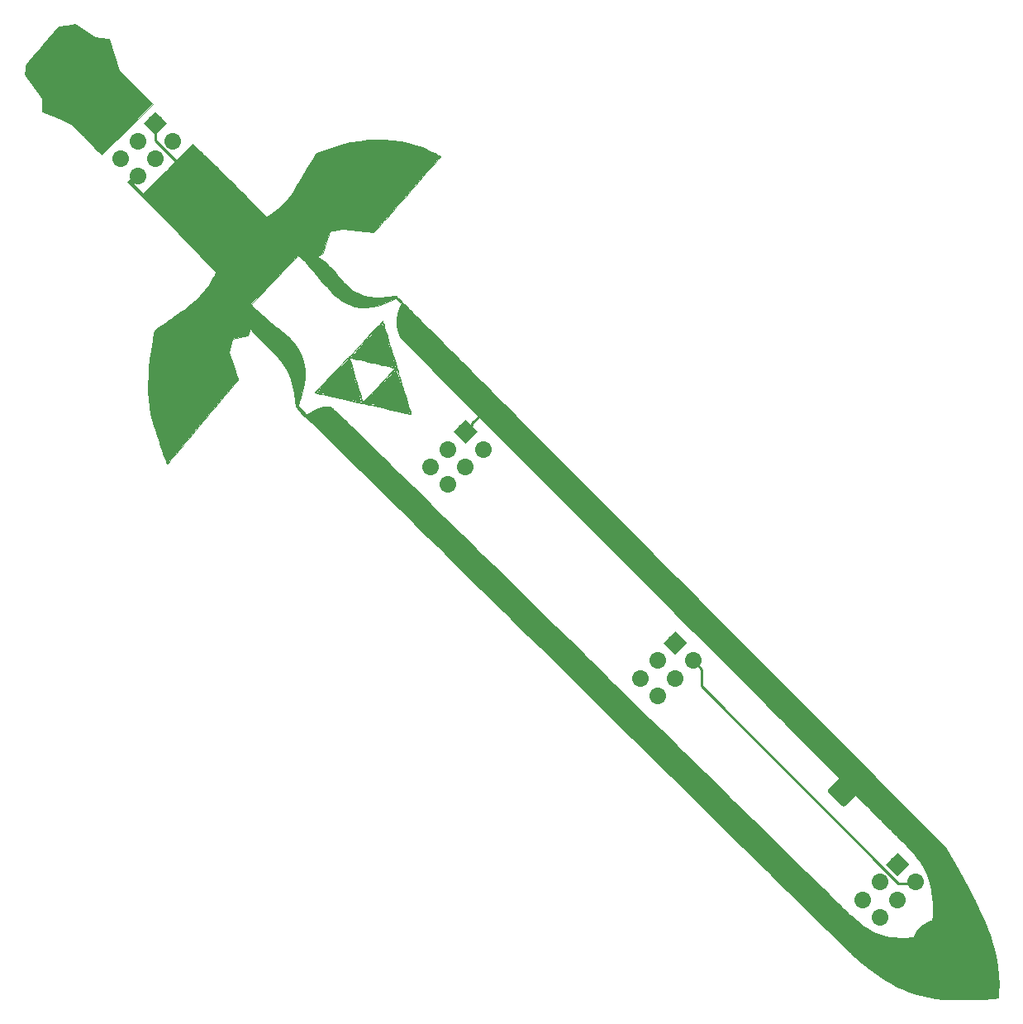
<source format=gbr>
G04 #@! TF.GenerationSoftware,KiCad,Pcbnew,5.1.2*
G04 #@! TF.CreationDate,2019-07-14T10:42:41-05:00*
G04 #@! TF.ProjectId,Master_Sword_(Ocarina_of_Time),4d617374-6572-45f5-9377-6f72645f284f,rev?*
G04 #@! TF.SameCoordinates,Original*
G04 #@! TF.FileFunction,Copper,L1,Top*
G04 #@! TF.FilePolarity,Positive*
%FSLAX46Y46*%
G04 Gerber Fmt 4.6, Leading zero omitted, Abs format (unit mm)*
G04 Created by KiCad (PCBNEW 5.1.2) date 2019-07-14 10:42:41*
%MOMM*%
%LPD*%
G04 APERTURE LIST*
%ADD10C,0.010000*%
%ADD11C,6.000000*%
%ADD12C,1.700000*%
%ADD13C,1.700000*%
%ADD14C,0.100000*%
%ADD15C,0.500000*%
%ADD16C,2.410000*%
%ADD17C,0.600000*%
%ADD18C,0.250000*%
G04 APERTURE END LIST*
D10*
G36*
X92820523Y-58934712D02*
G01*
X93508559Y-59621800D01*
X93706753Y-59817980D01*
X93886236Y-59992333D01*
X94038043Y-60136418D01*
X94153208Y-60241794D01*
X94222766Y-60300021D01*
X94238331Y-60308889D01*
X94273927Y-60279630D01*
X94364838Y-60194770D01*
X94506617Y-60058683D01*
X94694818Y-59875743D01*
X94924993Y-59650323D01*
X95192696Y-59386798D01*
X95493480Y-59089541D01*
X95822898Y-58762928D01*
X96176504Y-58411330D01*
X96549852Y-58039124D01*
X96806771Y-57782446D01*
X99333477Y-55256003D01*
X100003069Y-55895818D01*
X100196938Y-56082696D01*
X100437482Y-56317167D01*
X100711879Y-56586584D01*
X101007310Y-56878301D01*
X101310954Y-57179671D01*
X101609993Y-57478046D01*
X101794495Y-57663056D01*
X102033773Y-57902862D01*
X102323860Y-58192481D01*
X102655164Y-58522393D01*
X103018091Y-58883080D01*
X103403050Y-59265024D01*
X103800449Y-59658705D01*
X104200695Y-60054605D01*
X104594196Y-60443206D01*
X104892531Y-60737347D01*
X106868735Y-62684215D01*
X107051531Y-62591260D01*
X107355047Y-62415132D01*
X107686381Y-62185227D01*
X108025523Y-61917633D01*
X108352464Y-61628438D01*
X108647193Y-61333728D01*
X108732070Y-61240165D01*
X108912925Y-61031223D01*
X109083854Y-60824161D01*
X109250407Y-60610752D01*
X109418137Y-60382766D01*
X109592596Y-60131973D01*
X109779336Y-59850144D01*
X109983910Y-59529049D01*
X110211869Y-59160458D01*
X110468766Y-58736144D01*
X110760153Y-58247875D01*
X110827659Y-58134058D01*
X111004932Y-57836993D01*
X111184497Y-57539856D01*
X111357256Y-57257435D01*
X111514106Y-57004515D01*
X111645949Y-56795880D01*
X111739595Y-56652391D01*
X112027547Y-56223722D01*
X112549119Y-56017537D01*
X113544281Y-55651561D01*
X114505964Y-55355019D01*
X115445441Y-55125476D01*
X116373985Y-54960493D01*
X117302869Y-54857634D01*
X118101389Y-54817222D01*
X118975165Y-54820589D01*
X119799632Y-54876411D01*
X120594467Y-54988057D01*
X121379348Y-55158901D01*
X122173954Y-55392311D01*
X122834161Y-55627997D01*
X122978016Y-55686927D01*
X123164072Y-55768871D01*
X123379924Y-55867763D01*
X123613166Y-55977536D01*
X123851394Y-56092125D01*
X124082201Y-56205462D01*
X124293183Y-56311481D01*
X124471934Y-56404115D01*
X124606049Y-56477299D01*
X124683122Y-56524966D01*
X124696828Y-56538880D01*
X124669383Y-56573321D01*
X124589372Y-56667241D01*
X124460280Y-56816659D01*
X124285590Y-57017598D01*
X124068789Y-57266079D01*
X123813360Y-57558123D01*
X123522788Y-57889751D01*
X123200559Y-58256985D01*
X122850156Y-58655846D01*
X122475065Y-59082355D01*
X122078770Y-59532534D01*
X121664756Y-60002404D01*
X121447744Y-60248524D01*
X121022095Y-60731164D01*
X120609648Y-61198850D01*
X120214147Y-61647336D01*
X119839332Y-62072380D01*
X119488945Y-62469737D01*
X119166729Y-62835165D01*
X118876426Y-63164418D01*
X118621777Y-63453252D01*
X118406524Y-63697425D01*
X118234409Y-63892692D01*
X118109174Y-64034810D01*
X118034561Y-64119534D01*
X118018771Y-64137493D01*
X117838880Y-64342417D01*
X116267526Y-64160076D01*
X114696171Y-63977736D01*
X114062764Y-64077883D01*
X113837614Y-64115754D01*
X113640144Y-64153235D01*
X113486505Y-64186933D01*
X113392848Y-64213457D01*
X113374064Y-64222543D01*
X113344135Y-64276511D01*
X113296586Y-64397439D01*
X113236546Y-64570732D01*
X113169147Y-64781798D01*
X113120282Y-64944389D01*
X113041856Y-65210988D01*
X112960214Y-65486767D01*
X112883233Y-65745231D01*
X112818790Y-65959882D01*
X112797622Y-66029731D01*
X112673452Y-66437740D01*
X112392947Y-66620496D01*
X112254770Y-66712637D01*
X112178456Y-66772356D01*
X112153851Y-66811745D01*
X112170800Y-66842898D01*
X112192218Y-66859544D01*
X112458060Y-67050205D01*
X112689348Y-67224506D01*
X112897906Y-67393596D01*
X113095555Y-67568620D01*
X113294119Y-67760726D01*
X113505419Y-67981062D01*
X113741278Y-68240772D01*
X114013518Y-68551006D01*
X114134513Y-68690889D01*
X114497514Y-69103301D01*
X114822413Y-69452883D01*
X115118028Y-69747281D01*
X115393174Y-69994144D01*
X115656670Y-70201118D01*
X115917332Y-70375850D01*
X116183977Y-70525988D01*
X116337043Y-70601163D01*
X116846819Y-70798712D01*
X117393733Y-70929976D01*
X117981775Y-70995312D01*
X118614935Y-70995074D01*
X119297202Y-70929619D01*
X119563315Y-70888870D01*
X119814770Y-70851995D01*
X120002247Y-70835838D01*
X120117862Y-70840995D01*
X120134815Y-70845761D01*
X120140930Y-70848340D01*
X120148336Y-70852340D01*
X120158086Y-70858815D01*
X120171230Y-70868818D01*
X120188824Y-70883405D01*
X120211917Y-70903630D01*
X120241565Y-70930547D01*
X120278818Y-70965210D01*
X120324729Y-71008674D01*
X120380352Y-71061993D01*
X120446737Y-71126221D01*
X120524939Y-71202413D01*
X120616010Y-71291623D01*
X120721002Y-71394905D01*
X120840967Y-71513314D01*
X120976959Y-71647904D01*
X121130030Y-71799729D01*
X121301231Y-71969843D01*
X121491617Y-72159301D01*
X121702239Y-72369158D01*
X121934151Y-72600467D01*
X122188403Y-72854283D01*
X122466050Y-73131660D01*
X122768144Y-73433652D01*
X123095736Y-73761314D01*
X123449880Y-74115700D01*
X123831629Y-74497865D01*
X124242034Y-74908863D01*
X124682149Y-75349747D01*
X125153026Y-75821573D01*
X125655717Y-76325395D01*
X126191275Y-76862266D01*
X126760753Y-77433242D01*
X127365202Y-78039377D01*
X128005677Y-78681724D01*
X128683228Y-79361339D01*
X129398910Y-80079275D01*
X130153773Y-80836588D01*
X130948872Y-81634330D01*
X131785258Y-82473557D01*
X132663983Y-83355323D01*
X133586102Y-84280683D01*
X134552665Y-85250689D01*
X135564726Y-86266398D01*
X136623336Y-87328863D01*
X137729550Y-88439138D01*
X138884419Y-89598278D01*
X140088995Y-90807337D01*
X141344332Y-92067369D01*
X142651482Y-93379429D01*
X144011497Y-94744572D01*
X145425430Y-96163850D01*
X146894333Y-97638320D01*
X148419260Y-99169034D01*
X150001262Y-100757048D01*
X151641392Y-102403415D01*
X152559821Y-103325338D01*
X176456529Y-127312953D01*
X177028972Y-128302004D01*
X177611884Y-129319551D01*
X178146288Y-130274760D01*
X178634660Y-131172891D01*
X179079478Y-132019201D01*
X179483216Y-132818950D01*
X179848351Y-133577395D01*
X180177360Y-134299794D01*
X180472717Y-134991407D01*
X180736899Y-135657491D01*
X180972383Y-136303306D01*
X181181644Y-136934108D01*
X181338130Y-137453309D01*
X181591447Y-138452858D01*
X181773018Y-139438438D01*
X181882110Y-140403563D01*
X181917988Y-141341749D01*
X181880080Y-142244627D01*
X181862892Y-142433327D01*
X181846548Y-142588145D01*
X181833069Y-142691311D01*
X181825415Y-142725079D01*
X181780637Y-142733523D01*
X181664187Y-142748441D01*
X181488692Y-142768412D01*
X181266778Y-142792017D01*
X181011072Y-142817838D01*
X180928931Y-142825874D01*
X180608893Y-142851737D01*
X180229387Y-142873744D01*
X179803954Y-142891780D01*
X179346131Y-142905732D01*
X178869459Y-142915485D01*
X178387476Y-142920926D01*
X177913722Y-142921941D01*
X177461736Y-142918415D01*
X177045057Y-142910234D01*
X176677224Y-142897285D01*
X176371777Y-142879453D01*
X176216495Y-142865556D01*
X175402490Y-142759310D01*
X174614155Y-142619362D01*
X173870548Y-142449534D01*
X173231995Y-142266904D01*
X172711905Y-142089797D01*
X172206400Y-141893305D01*
X172019274Y-141810599D01*
X172019274Y-136586733D01*
X172459211Y-136581769D01*
X172909712Y-136566429D01*
X173352463Y-136541103D01*
X173769150Y-136506179D01*
X174094029Y-136468586D01*
X174326260Y-136436662D01*
X174534552Y-136406755D01*
X174701759Y-136381424D01*
X174810730Y-136363227D01*
X174838008Y-136357605D01*
X174876956Y-136341505D01*
X174906854Y-136306507D01*
X174931670Y-136238839D01*
X174955369Y-136124731D01*
X174981920Y-135950411D01*
X175005554Y-135775916D01*
X175091284Y-135005356D01*
X175142170Y-134258681D01*
X175157707Y-133550842D01*
X175137388Y-132896792D01*
X175113162Y-132589825D01*
X174993717Y-131742267D01*
X174803782Y-130939646D01*
X174541517Y-130177350D01*
X174205086Y-129450767D01*
X173792650Y-128755283D01*
X173334913Y-128126889D01*
X173315959Y-128104003D01*
X173289732Y-128073942D01*
X173255309Y-128035777D01*
X173211765Y-127988578D01*
X173158179Y-127931419D01*
X173093624Y-127863371D01*
X173017180Y-127783504D01*
X172927921Y-127690892D01*
X172824924Y-127584605D01*
X172707265Y-127463715D01*
X172574022Y-127327294D01*
X172424270Y-127174414D01*
X172257087Y-127004146D01*
X172071547Y-126815561D01*
X171866729Y-126607732D01*
X171641708Y-126379729D01*
X171395560Y-126130626D01*
X171127363Y-125859492D01*
X170836192Y-125565401D01*
X170521124Y-125247423D01*
X170181236Y-124904630D01*
X169815603Y-124536094D01*
X169423303Y-124140887D01*
X169003412Y-123718079D01*
X168555006Y-123266744D01*
X168077162Y-122785951D01*
X167568956Y-122274774D01*
X167029464Y-121732283D01*
X166457764Y-121157551D01*
X165852930Y-120549648D01*
X165214041Y-119907647D01*
X164540172Y-119230619D01*
X163830400Y-118517636D01*
X163083801Y-117767770D01*
X162299452Y-116980091D01*
X161476429Y-116153673D01*
X160613808Y-115287585D01*
X159710667Y-114380901D01*
X158766080Y-113432691D01*
X157779126Y-112442027D01*
X156748880Y-111407982D01*
X155674419Y-110329626D01*
X154554819Y-109206031D01*
X153389156Y-108036269D01*
X152176508Y-106819411D01*
X150915950Y-105554530D01*
X149606559Y-104240696D01*
X148247411Y-102876982D01*
X146837583Y-101462458D01*
X145376152Y-99996197D01*
X143862193Y-98477271D01*
X142294784Y-96904750D01*
X140673000Y-95277707D01*
X138995918Y-93595213D01*
X137262614Y-91856340D01*
X135472166Y-90060159D01*
X133623649Y-88205743D01*
X131999797Y-86576722D01*
X120606033Y-75146722D01*
X120470993Y-74808055D01*
X120306642Y-74289221D01*
X120225257Y-73763674D01*
X120226894Y-73229337D01*
X120311610Y-72684136D01*
X120479459Y-72125996D01*
X120547908Y-71951170D01*
X120677728Y-71636352D01*
X120385263Y-71343887D01*
X120092797Y-71051422D01*
X119569063Y-71307414D01*
X118903839Y-71600422D01*
X118266130Y-71814936D01*
X117652753Y-71951366D01*
X117060526Y-72010125D01*
X116486264Y-71991623D01*
X115926787Y-71896271D01*
X115637495Y-71815456D01*
X115377755Y-71717579D01*
X115080361Y-71580686D01*
X114773209Y-71419347D01*
X114484196Y-71248133D01*
X114261661Y-71096905D01*
X114012371Y-70894712D01*
X113724016Y-70629929D01*
X113404218Y-70310595D01*
X113060601Y-69944750D01*
X112700786Y-69540435D01*
X112332398Y-69105688D01*
X112080839Y-68796722D01*
X111696274Y-68323531D01*
X111355142Y-67918575D01*
X111054838Y-67579031D01*
X110792760Y-67302075D01*
X110566305Y-67084885D01*
X110372870Y-66924638D01*
X110319032Y-66885964D01*
X110087966Y-66726823D01*
X109713505Y-67105606D01*
X109619555Y-67201385D01*
X109472851Y-67351932D01*
X109279390Y-67551054D01*
X109045173Y-67792556D01*
X108776196Y-68070244D01*
X108478460Y-68377923D01*
X108157962Y-68709400D01*
X107820701Y-69058479D01*
X107472677Y-69418967D01*
X107323854Y-69573201D01*
X105308665Y-71662014D01*
X105506787Y-71914192D01*
X105733661Y-72176970D01*
X106028667Y-72475886D01*
X106386053Y-72805733D01*
X106800066Y-73161302D01*
X107264954Y-73537385D01*
X107510389Y-73728198D01*
X107876324Y-74010425D01*
X108183597Y-74250574D01*
X108441798Y-74456664D01*
X108660517Y-74636719D01*
X108849345Y-74798759D01*
X109017871Y-74950805D01*
X109175686Y-75100881D01*
X109304978Y-75229258D01*
X109720478Y-75698707D01*
X110075337Y-76203725D01*
X110361536Y-76731412D01*
X110569338Y-77263389D01*
X110705751Y-77830217D01*
X110773409Y-78442908D01*
X110772540Y-79098241D01*
X110703374Y-79792993D01*
X110566142Y-80523942D01*
X110361072Y-81287867D01*
X110259898Y-81602555D01*
X110096192Y-82089389D01*
X110553614Y-82548757D01*
X111011035Y-83008126D01*
X111218182Y-82861642D01*
X111621336Y-82605669D01*
X112025530Y-82404475D01*
X112420573Y-82261185D01*
X112796275Y-82178922D01*
X113142444Y-82160811D01*
X113392914Y-82195003D01*
X113406220Y-82198514D01*
X113420673Y-82203524D01*
X113437473Y-82211203D01*
X113457818Y-82222717D01*
X113482908Y-82239234D01*
X113513941Y-82261923D01*
X113552117Y-82291950D01*
X113598634Y-82330485D01*
X113654691Y-82378695D01*
X113721488Y-82437747D01*
X113800222Y-82508810D01*
X113892094Y-82593051D01*
X113998302Y-82691639D01*
X114120046Y-82805741D01*
X114258523Y-82936524D01*
X114414934Y-83085158D01*
X114590476Y-83252810D01*
X114786350Y-83440647D01*
X115003754Y-83649838D01*
X115243886Y-83881550D01*
X115507947Y-84136952D01*
X115797134Y-84417210D01*
X116112648Y-84723494D01*
X116455686Y-85056970D01*
X116827448Y-85418807D01*
X117229133Y-85810173D01*
X117661940Y-86232235D01*
X118127067Y-86686161D01*
X118625714Y-87173120D01*
X119159080Y-87694278D01*
X119728364Y-88250805D01*
X120334764Y-88843867D01*
X120979479Y-89474633D01*
X121663710Y-90144271D01*
X122388653Y-90853947D01*
X123155510Y-91604831D01*
X123965478Y-92398091D01*
X124819756Y-93234893D01*
X125719543Y-94116406D01*
X126666039Y-95043797D01*
X127660443Y-96018235D01*
X128703952Y-97040888D01*
X129797767Y-98112923D01*
X130943086Y-99235508D01*
X132141109Y-100409811D01*
X133393034Y-101637000D01*
X134700059Y-102918242D01*
X136063385Y-104254707D01*
X137484210Y-105647561D01*
X138963734Y-107097972D01*
X139677254Y-107797455D01*
X140933931Y-109029402D01*
X142176838Y-110247834D01*
X143404563Y-111451365D01*
X144615691Y-112638611D01*
X145808811Y-113808187D01*
X146982510Y-114958709D01*
X148135374Y-116088791D01*
X149265991Y-117197050D01*
X150372949Y-118282100D01*
X151454833Y-119342557D01*
X152510231Y-120377036D01*
X153537731Y-121384152D01*
X154535919Y-122362521D01*
X155503382Y-123310758D01*
X156438709Y-124227479D01*
X157340485Y-125111298D01*
X158207298Y-125960831D01*
X159037736Y-126774693D01*
X159830384Y-127551500D01*
X160583831Y-128289867D01*
X161296663Y-128988409D01*
X161967468Y-129645741D01*
X162594833Y-130260479D01*
X163177344Y-130831239D01*
X163713590Y-131356635D01*
X164202157Y-131835282D01*
X164641632Y-132265797D01*
X165030602Y-132646794D01*
X165367655Y-132976889D01*
X165651377Y-133254697D01*
X165880357Y-133478833D01*
X166053180Y-133647912D01*
X166168434Y-133760551D01*
X166224706Y-133815364D01*
X166225828Y-133816448D01*
X166555854Y-134126057D01*
X166920379Y-134452607D01*
X167297581Y-134777390D01*
X167665635Y-135081695D01*
X168002721Y-135346814D01*
X168070925Y-135398299D01*
X168556442Y-135731324D01*
X169043335Y-136000876D01*
X169548973Y-136213825D01*
X170090725Y-136377040D01*
X170685960Y-136497392D01*
X170945995Y-136535479D01*
X171244352Y-136563977D01*
X171608217Y-136580932D01*
X172019274Y-136586733D01*
X172019274Y-141810599D01*
X171707144Y-141672643D01*
X171205804Y-141423024D01*
X170694045Y-141139663D01*
X170163533Y-140817773D01*
X169605935Y-140452570D01*
X169012915Y-140039266D01*
X168376140Y-139573076D01*
X167859448Y-139181721D01*
X167819772Y-139150843D01*
X167776603Y-139116213D01*
X167728778Y-139076690D01*
X167675131Y-139031133D01*
X167614500Y-138978402D01*
X167545719Y-138917355D01*
X167467625Y-138846852D01*
X167379055Y-138765751D01*
X167278843Y-138672912D01*
X167165826Y-138567194D01*
X167038840Y-138447455D01*
X166896720Y-138312555D01*
X166738304Y-138161353D01*
X166562426Y-137992708D01*
X166367923Y-137805479D01*
X166153630Y-137598525D01*
X165918384Y-137370705D01*
X165661021Y-137120879D01*
X165380376Y-136847904D01*
X165075286Y-136550641D01*
X164744586Y-136227949D01*
X164387112Y-135878686D01*
X164001701Y-135501711D01*
X163587189Y-135095884D01*
X163142410Y-134660064D01*
X162666203Y-134193109D01*
X162157401Y-133693879D01*
X161614841Y-133161234D01*
X161037360Y-132594030D01*
X160423793Y-131991129D01*
X159772976Y-131351389D01*
X159083745Y-130673670D01*
X158354936Y-129956829D01*
X157585386Y-129199726D01*
X156773929Y-128401221D01*
X155919402Y-127560173D01*
X155020641Y-126675439D01*
X154076482Y-125745880D01*
X153085761Y-124770355D01*
X152047314Y-123747723D01*
X150959977Y-122676842D01*
X149822585Y-121556571D01*
X148633975Y-120385771D01*
X147392983Y-119163300D01*
X146098444Y-117888016D01*
X144749195Y-116558780D01*
X143344072Y-115174450D01*
X141881910Y-113733884D01*
X140361545Y-112235943D01*
X139098130Y-110991143D01*
X137797848Y-109710085D01*
X136512149Y-108443539D01*
X135242359Y-107192811D01*
X133989806Y-105959202D01*
X132755816Y-104744018D01*
X131541716Y-103548562D01*
X130348832Y-102374138D01*
X129178492Y-101222051D01*
X128032021Y-100093603D01*
X126910747Y-98990099D01*
X125815995Y-97912843D01*
X124749094Y-96863139D01*
X123711370Y-95842290D01*
X122704148Y-94851601D01*
X121728757Y-93892375D01*
X120786522Y-92965917D01*
X119878770Y-92073530D01*
X119006829Y-91216518D01*
X118172024Y-90396185D01*
X117375683Y-89613835D01*
X116619131Y-88870772D01*
X115903696Y-88168299D01*
X115230705Y-87507722D01*
X114601484Y-86890343D01*
X114017360Y-86317466D01*
X113479659Y-85790396D01*
X112989708Y-85310436D01*
X112548834Y-84878890D01*
X112158364Y-84497063D01*
X111819624Y-84166258D01*
X111533941Y-83887778D01*
X111302641Y-83662928D01*
X111127052Y-83493012D01*
X111008500Y-83379334D01*
X110948311Y-83323198D01*
X110940602Y-83317055D01*
X110891188Y-83286713D01*
X110796712Y-83202456D01*
X110667459Y-83074438D01*
X110513717Y-82912813D01*
X110361619Y-82745555D01*
X109852393Y-82174055D01*
X109800219Y-81628548D01*
X109694658Y-80804495D01*
X109540622Y-80045386D01*
X109335742Y-79345152D01*
X109077647Y-78697724D01*
X108763970Y-78097034D01*
X108392338Y-77537012D01*
X108026083Y-77085000D01*
X107928503Y-76981510D01*
X107779380Y-76832445D01*
X107590158Y-76648807D01*
X107372280Y-76441598D01*
X107137190Y-76221821D01*
X106930325Y-76031471D01*
X106462264Y-75593042D01*
X106061713Y-75194192D01*
X105729886Y-74836219D01*
X105468001Y-74520420D01*
X105318742Y-74312819D01*
X105244230Y-74215366D01*
X105197296Y-74187368D01*
X105186306Y-74199823D01*
X105166654Y-74265885D01*
X105131581Y-74390099D01*
X105087721Y-74548875D01*
X105074749Y-74596389D01*
X104982535Y-74935055D01*
X103339661Y-75231389D01*
X103201340Y-75927934D01*
X103063018Y-76624478D01*
X103510657Y-77995064D01*
X103616019Y-78319779D01*
X103711801Y-78619055D01*
X103795053Y-78883361D01*
X103862831Y-79103167D01*
X103912185Y-79268942D01*
X103940168Y-79371157D01*
X103945312Y-79400515D01*
X103916856Y-79437031D01*
X103837723Y-79533690D01*
X103711785Y-79685883D01*
X103542915Y-79888999D01*
X103334983Y-80138429D01*
X103091861Y-80429564D01*
X102817421Y-80757793D01*
X102515535Y-81118506D01*
X102190074Y-81507095D01*
X101844909Y-81918949D01*
X101483914Y-82349458D01*
X101110958Y-82794012D01*
X100729914Y-83248003D01*
X100344654Y-83706819D01*
X99959049Y-84165852D01*
X99576971Y-84620492D01*
X99202291Y-85066128D01*
X98838882Y-85498151D01*
X98490614Y-85911952D01*
X98161360Y-86302920D01*
X97854991Y-86666446D01*
X97575378Y-86997920D01*
X97326394Y-87292732D01*
X97111911Y-87546272D01*
X96935798Y-87753931D01*
X96801930Y-87911099D01*
X96714176Y-88013166D01*
X96676409Y-88055523D01*
X96675400Y-88056387D01*
X96654952Y-88022475D01*
X96611665Y-87916496D01*
X96548401Y-87747053D01*
X96468026Y-87522750D01*
X96373402Y-87252189D01*
X96267393Y-86943975D01*
X96152864Y-86606711D01*
X96032677Y-86249000D01*
X95909696Y-85879447D01*
X95786786Y-85506653D01*
X95666810Y-85139224D01*
X95552631Y-84785761D01*
X95447114Y-84454870D01*
X95353121Y-84155152D01*
X95273518Y-83895212D01*
X95211166Y-83683654D01*
X95170468Y-83535113D01*
X95012202Y-82844300D01*
X94890256Y-82145917D01*
X94804712Y-81432475D01*
X94755652Y-80696488D01*
X94743160Y-79930469D01*
X94767317Y-79126931D01*
X94828206Y-78278386D01*
X94925909Y-77377348D01*
X95060510Y-76416329D01*
X95232090Y-75387843D01*
X95262071Y-75221521D01*
X95417914Y-74364987D01*
X95865121Y-74032099D01*
X96020459Y-73918641D01*
X96231487Y-73767681D01*
X96483868Y-73589304D01*
X96763266Y-73393594D01*
X97055342Y-73190637D01*
X97345760Y-72990517D01*
X97349495Y-72987956D01*
X97760530Y-72704696D01*
X98111283Y-72459554D01*
X98412461Y-72244509D01*
X98674771Y-72051538D01*
X98908922Y-71872622D01*
X99125620Y-71699739D01*
X99335574Y-71524868D01*
X99549490Y-71339987D01*
X99549998Y-71339542D01*
X100074791Y-70834576D01*
X100558713Y-70280026D01*
X100989895Y-69691603D01*
X101356466Y-69085019D01*
X101556860Y-68683196D01*
X101699420Y-68370370D01*
X97172535Y-63739977D01*
X92645651Y-59109584D01*
X92820523Y-58934712D01*
X92820523Y-58934712D01*
G37*
X92820523Y-58934712D02*
X93508559Y-59621800D01*
X93706753Y-59817980D01*
X93886236Y-59992333D01*
X94038043Y-60136418D01*
X94153208Y-60241794D01*
X94222766Y-60300021D01*
X94238331Y-60308889D01*
X94273927Y-60279630D01*
X94364838Y-60194770D01*
X94506617Y-60058683D01*
X94694818Y-59875743D01*
X94924993Y-59650323D01*
X95192696Y-59386798D01*
X95493480Y-59089541D01*
X95822898Y-58762928D01*
X96176504Y-58411330D01*
X96549852Y-58039124D01*
X96806771Y-57782446D01*
X99333477Y-55256003D01*
X100003069Y-55895818D01*
X100196938Y-56082696D01*
X100437482Y-56317167D01*
X100711879Y-56586584D01*
X101007310Y-56878301D01*
X101310954Y-57179671D01*
X101609993Y-57478046D01*
X101794495Y-57663056D01*
X102033773Y-57902862D01*
X102323860Y-58192481D01*
X102655164Y-58522393D01*
X103018091Y-58883080D01*
X103403050Y-59265024D01*
X103800449Y-59658705D01*
X104200695Y-60054605D01*
X104594196Y-60443206D01*
X104892531Y-60737347D01*
X106868735Y-62684215D01*
X107051531Y-62591260D01*
X107355047Y-62415132D01*
X107686381Y-62185227D01*
X108025523Y-61917633D01*
X108352464Y-61628438D01*
X108647193Y-61333728D01*
X108732070Y-61240165D01*
X108912925Y-61031223D01*
X109083854Y-60824161D01*
X109250407Y-60610752D01*
X109418137Y-60382766D01*
X109592596Y-60131973D01*
X109779336Y-59850144D01*
X109983910Y-59529049D01*
X110211869Y-59160458D01*
X110468766Y-58736144D01*
X110760153Y-58247875D01*
X110827659Y-58134058D01*
X111004932Y-57836993D01*
X111184497Y-57539856D01*
X111357256Y-57257435D01*
X111514106Y-57004515D01*
X111645949Y-56795880D01*
X111739595Y-56652391D01*
X112027547Y-56223722D01*
X112549119Y-56017537D01*
X113544281Y-55651561D01*
X114505964Y-55355019D01*
X115445441Y-55125476D01*
X116373985Y-54960493D01*
X117302869Y-54857634D01*
X118101389Y-54817222D01*
X118975165Y-54820589D01*
X119799632Y-54876411D01*
X120594467Y-54988057D01*
X121379348Y-55158901D01*
X122173954Y-55392311D01*
X122834161Y-55627997D01*
X122978016Y-55686927D01*
X123164072Y-55768871D01*
X123379924Y-55867763D01*
X123613166Y-55977536D01*
X123851394Y-56092125D01*
X124082201Y-56205462D01*
X124293183Y-56311481D01*
X124471934Y-56404115D01*
X124606049Y-56477299D01*
X124683122Y-56524966D01*
X124696828Y-56538880D01*
X124669383Y-56573321D01*
X124589372Y-56667241D01*
X124460280Y-56816659D01*
X124285590Y-57017598D01*
X124068789Y-57266079D01*
X123813360Y-57558123D01*
X123522788Y-57889751D01*
X123200559Y-58256985D01*
X122850156Y-58655846D01*
X122475065Y-59082355D01*
X122078770Y-59532534D01*
X121664756Y-60002404D01*
X121447744Y-60248524D01*
X121022095Y-60731164D01*
X120609648Y-61198850D01*
X120214147Y-61647336D01*
X119839332Y-62072380D01*
X119488945Y-62469737D01*
X119166729Y-62835165D01*
X118876426Y-63164418D01*
X118621777Y-63453252D01*
X118406524Y-63697425D01*
X118234409Y-63892692D01*
X118109174Y-64034810D01*
X118034561Y-64119534D01*
X118018771Y-64137493D01*
X117838880Y-64342417D01*
X116267526Y-64160076D01*
X114696171Y-63977736D01*
X114062764Y-64077883D01*
X113837614Y-64115754D01*
X113640144Y-64153235D01*
X113486505Y-64186933D01*
X113392848Y-64213457D01*
X113374064Y-64222543D01*
X113344135Y-64276511D01*
X113296586Y-64397439D01*
X113236546Y-64570732D01*
X113169147Y-64781798D01*
X113120282Y-64944389D01*
X113041856Y-65210988D01*
X112960214Y-65486767D01*
X112883233Y-65745231D01*
X112818790Y-65959882D01*
X112797622Y-66029731D01*
X112673452Y-66437740D01*
X112392947Y-66620496D01*
X112254770Y-66712637D01*
X112178456Y-66772356D01*
X112153851Y-66811745D01*
X112170800Y-66842898D01*
X112192218Y-66859544D01*
X112458060Y-67050205D01*
X112689348Y-67224506D01*
X112897906Y-67393596D01*
X113095555Y-67568620D01*
X113294119Y-67760726D01*
X113505419Y-67981062D01*
X113741278Y-68240772D01*
X114013518Y-68551006D01*
X114134513Y-68690889D01*
X114497514Y-69103301D01*
X114822413Y-69452883D01*
X115118028Y-69747281D01*
X115393174Y-69994144D01*
X115656670Y-70201118D01*
X115917332Y-70375850D01*
X116183977Y-70525988D01*
X116337043Y-70601163D01*
X116846819Y-70798712D01*
X117393733Y-70929976D01*
X117981775Y-70995312D01*
X118614935Y-70995074D01*
X119297202Y-70929619D01*
X119563315Y-70888870D01*
X119814770Y-70851995D01*
X120002247Y-70835838D01*
X120117862Y-70840995D01*
X120134815Y-70845761D01*
X120140930Y-70848340D01*
X120148336Y-70852340D01*
X120158086Y-70858815D01*
X120171230Y-70868818D01*
X120188824Y-70883405D01*
X120211917Y-70903630D01*
X120241565Y-70930547D01*
X120278818Y-70965210D01*
X120324729Y-71008674D01*
X120380352Y-71061993D01*
X120446737Y-71126221D01*
X120524939Y-71202413D01*
X120616010Y-71291623D01*
X120721002Y-71394905D01*
X120840967Y-71513314D01*
X120976959Y-71647904D01*
X121130030Y-71799729D01*
X121301231Y-71969843D01*
X121491617Y-72159301D01*
X121702239Y-72369158D01*
X121934151Y-72600467D01*
X122188403Y-72854283D01*
X122466050Y-73131660D01*
X122768144Y-73433652D01*
X123095736Y-73761314D01*
X123449880Y-74115700D01*
X123831629Y-74497865D01*
X124242034Y-74908863D01*
X124682149Y-75349747D01*
X125153026Y-75821573D01*
X125655717Y-76325395D01*
X126191275Y-76862266D01*
X126760753Y-77433242D01*
X127365202Y-78039377D01*
X128005677Y-78681724D01*
X128683228Y-79361339D01*
X129398910Y-80079275D01*
X130153773Y-80836588D01*
X130948872Y-81634330D01*
X131785258Y-82473557D01*
X132663983Y-83355323D01*
X133586102Y-84280683D01*
X134552665Y-85250689D01*
X135564726Y-86266398D01*
X136623336Y-87328863D01*
X137729550Y-88439138D01*
X138884419Y-89598278D01*
X140088995Y-90807337D01*
X141344332Y-92067369D01*
X142651482Y-93379429D01*
X144011497Y-94744572D01*
X145425430Y-96163850D01*
X146894333Y-97638320D01*
X148419260Y-99169034D01*
X150001262Y-100757048D01*
X151641392Y-102403415D01*
X152559821Y-103325338D01*
X176456529Y-127312953D01*
X177028972Y-128302004D01*
X177611884Y-129319551D01*
X178146288Y-130274760D01*
X178634660Y-131172891D01*
X179079478Y-132019201D01*
X179483216Y-132818950D01*
X179848351Y-133577395D01*
X180177360Y-134299794D01*
X180472717Y-134991407D01*
X180736899Y-135657491D01*
X180972383Y-136303306D01*
X181181644Y-136934108D01*
X181338130Y-137453309D01*
X181591447Y-138452858D01*
X181773018Y-139438438D01*
X181882110Y-140403563D01*
X181917988Y-141341749D01*
X181880080Y-142244627D01*
X181862892Y-142433327D01*
X181846548Y-142588145D01*
X181833069Y-142691311D01*
X181825415Y-142725079D01*
X181780637Y-142733523D01*
X181664187Y-142748441D01*
X181488692Y-142768412D01*
X181266778Y-142792017D01*
X181011072Y-142817838D01*
X180928931Y-142825874D01*
X180608893Y-142851737D01*
X180229387Y-142873744D01*
X179803954Y-142891780D01*
X179346131Y-142905732D01*
X178869459Y-142915485D01*
X178387476Y-142920926D01*
X177913722Y-142921941D01*
X177461736Y-142918415D01*
X177045057Y-142910234D01*
X176677224Y-142897285D01*
X176371777Y-142879453D01*
X176216495Y-142865556D01*
X175402490Y-142759310D01*
X174614155Y-142619362D01*
X173870548Y-142449534D01*
X173231995Y-142266904D01*
X172711905Y-142089797D01*
X172206400Y-141893305D01*
X172019274Y-141810599D01*
X172019274Y-136586733D01*
X172459211Y-136581769D01*
X172909712Y-136566429D01*
X173352463Y-136541103D01*
X173769150Y-136506179D01*
X174094029Y-136468586D01*
X174326260Y-136436662D01*
X174534552Y-136406755D01*
X174701759Y-136381424D01*
X174810730Y-136363227D01*
X174838008Y-136357605D01*
X174876956Y-136341505D01*
X174906854Y-136306507D01*
X174931670Y-136238839D01*
X174955369Y-136124731D01*
X174981920Y-135950411D01*
X175005554Y-135775916D01*
X175091284Y-135005356D01*
X175142170Y-134258681D01*
X175157707Y-133550842D01*
X175137388Y-132896792D01*
X175113162Y-132589825D01*
X174993717Y-131742267D01*
X174803782Y-130939646D01*
X174541517Y-130177350D01*
X174205086Y-129450767D01*
X173792650Y-128755283D01*
X173334913Y-128126889D01*
X173315959Y-128104003D01*
X173289732Y-128073942D01*
X173255309Y-128035777D01*
X173211765Y-127988578D01*
X173158179Y-127931419D01*
X173093624Y-127863371D01*
X173017180Y-127783504D01*
X172927921Y-127690892D01*
X172824924Y-127584605D01*
X172707265Y-127463715D01*
X172574022Y-127327294D01*
X172424270Y-127174414D01*
X172257087Y-127004146D01*
X172071547Y-126815561D01*
X171866729Y-126607732D01*
X171641708Y-126379729D01*
X171395560Y-126130626D01*
X171127363Y-125859492D01*
X170836192Y-125565401D01*
X170521124Y-125247423D01*
X170181236Y-124904630D01*
X169815603Y-124536094D01*
X169423303Y-124140887D01*
X169003412Y-123718079D01*
X168555006Y-123266744D01*
X168077162Y-122785951D01*
X167568956Y-122274774D01*
X167029464Y-121732283D01*
X166457764Y-121157551D01*
X165852930Y-120549648D01*
X165214041Y-119907647D01*
X164540172Y-119230619D01*
X163830400Y-118517636D01*
X163083801Y-117767770D01*
X162299452Y-116980091D01*
X161476429Y-116153673D01*
X160613808Y-115287585D01*
X159710667Y-114380901D01*
X158766080Y-113432691D01*
X157779126Y-112442027D01*
X156748880Y-111407982D01*
X155674419Y-110329626D01*
X154554819Y-109206031D01*
X153389156Y-108036269D01*
X152176508Y-106819411D01*
X150915950Y-105554530D01*
X149606559Y-104240696D01*
X148247411Y-102876982D01*
X146837583Y-101462458D01*
X145376152Y-99996197D01*
X143862193Y-98477271D01*
X142294784Y-96904750D01*
X140673000Y-95277707D01*
X138995918Y-93595213D01*
X137262614Y-91856340D01*
X135472166Y-90060159D01*
X133623649Y-88205743D01*
X131999797Y-86576722D01*
X120606033Y-75146722D01*
X120470993Y-74808055D01*
X120306642Y-74289221D01*
X120225257Y-73763674D01*
X120226894Y-73229337D01*
X120311610Y-72684136D01*
X120479459Y-72125996D01*
X120547908Y-71951170D01*
X120677728Y-71636352D01*
X120385263Y-71343887D01*
X120092797Y-71051422D01*
X119569063Y-71307414D01*
X118903839Y-71600422D01*
X118266130Y-71814936D01*
X117652753Y-71951366D01*
X117060526Y-72010125D01*
X116486264Y-71991623D01*
X115926787Y-71896271D01*
X115637495Y-71815456D01*
X115377755Y-71717579D01*
X115080361Y-71580686D01*
X114773209Y-71419347D01*
X114484196Y-71248133D01*
X114261661Y-71096905D01*
X114012371Y-70894712D01*
X113724016Y-70629929D01*
X113404218Y-70310595D01*
X113060601Y-69944750D01*
X112700786Y-69540435D01*
X112332398Y-69105688D01*
X112080839Y-68796722D01*
X111696274Y-68323531D01*
X111355142Y-67918575D01*
X111054838Y-67579031D01*
X110792760Y-67302075D01*
X110566305Y-67084885D01*
X110372870Y-66924638D01*
X110319032Y-66885964D01*
X110087966Y-66726823D01*
X109713505Y-67105606D01*
X109619555Y-67201385D01*
X109472851Y-67351932D01*
X109279390Y-67551054D01*
X109045173Y-67792556D01*
X108776196Y-68070244D01*
X108478460Y-68377923D01*
X108157962Y-68709400D01*
X107820701Y-69058479D01*
X107472677Y-69418967D01*
X107323854Y-69573201D01*
X105308665Y-71662014D01*
X105506787Y-71914192D01*
X105733661Y-72176970D01*
X106028667Y-72475886D01*
X106386053Y-72805733D01*
X106800066Y-73161302D01*
X107264954Y-73537385D01*
X107510389Y-73728198D01*
X107876324Y-74010425D01*
X108183597Y-74250574D01*
X108441798Y-74456664D01*
X108660517Y-74636719D01*
X108849345Y-74798759D01*
X109017871Y-74950805D01*
X109175686Y-75100881D01*
X109304978Y-75229258D01*
X109720478Y-75698707D01*
X110075337Y-76203725D01*
X110361536Y-76731412D01*
X110569338Y-77263389D01*
X110705751Y-77830217D01*
X110773409Y-78442908D01*
X110772540Y-79098241D01*
X110703374Y-79792993D01*
X110566142Y-80523942D01*
X110361072Y-81287867D01*
X110259898Y-81602555D01*
X110096192Y-82089389D01*
X110553614Y-82548757D01*
X111011035Y-83008126D01*
X111218182Y-82861642D01*
X111621336Y-82605669D01*
X112025530Y-82404475D01*
X112420573Y-82261185D01*
X112796275Y-82178922D01*
X113142444Y-82160811D01*
X113392914Y-82195003D01*
X113406220Y-82198514D01*
X113420673Y-82203524D01*
X113437473Y-82211203D01*
X113457818Y-82222717D01*
X113482908Y-82239234D01*
X113513941Y-82261923D01*
X113552117Y-82291950D01*
X113598634Y-82330485D01*
X113654691Y-82378695D01*
X113721488Y-82437747D01*
X113800222Y-82508810D01*
X113892094Y-82593051D01*
X113998302Y-82691639D01*
X114120046Y-82805741D01*
X114258523Y-82936524D01*
X114414934Y-83085158D01*
X114590476Y-83252810D01*
X114786350Y-83440647D01*
X115003754Y-83649838D01*
X115243886Y-83881550D01*
X115507947Y-84136952D01*
X115797134Y-84417210D01*
X116112648Y-84723494D01*
X116455686Y-85056970D01*
X116827448Y-85418807D01*
X117229133Y-85810173D01*
X117661940Y-86232235D01*
X118127067Y-86686161D01*
X118625714Y-87173120D01*
X119159080Y-87694278D01*
X119728364Y-88250805D01*
X120334764Y-88843867D01*
X120979479Y-89474633D01*
X121663710Y-90144271D01*
X122388653Y-90853947D01*
X123155510Y-91604831D01*
X123965478Y-92398091D01*
X124819756Y-93234893D01*
X125719543Y-94116406D01*
X126666039Y-95043797D01*
X127660443Y-96018235D01*
X128703952Y-97040888D01*
X129797767Y-98112923D01*
X130943086Y-99235508D01*
X132141109Y-100409811D01*
X133393034Y-101637000D01*
X134700059Y-102918242D01*
X136063385Y-104254707D01*
X137484210Y-105647561D01*
X138963734Y-107097972D01*
X139677254Y-107797455D01*
X140933931Y-109029402D01*
X142176838Y-110247834D01*
X143404563Y-111451365D01*
X144615691Y-112638611D01*
X145808811Y-113808187D01*
X146982510Y-114958709D01*
X148135374Y-116088791D01*
X149265991Y-117197050D01*
X150372949Y-118282100D01*
X151454833Y-119342557D01*
X152510231Y-120377036D01*
X153537731Y-121384152D01*
X154535919Y-122362521D01*
X155503382Y-123310758D01*
X156438709Y-124227479D01*
X157340485Y-125111298D01*
X158207298Y-125960831D01*
X159037736Y-126774693D01*
X159830384Y-127551500D01*
X160583831Y-128289867D01*
X161296663Y-128988409D01*
X161967468Y-129645741D01*
X162594833Y-130260479D01*
X163177344Y-130831239D01*
X163713590Y-131356635D01*
X164202157Y-131835282D01*
X164641632Y-132265797D01*
X165030602Y-132646794D01*
X165367655Y-132976889D01*
X165651377Y-133254697D01*
X165880357Y-133478833D01*
X166053180Y-133647912D01*
X166168434Y-133760551D01*
X166224706Y-133815364D01*
X166225828Y-133816448D01*
X166555854Y-134126057D01*
X166920379Y-134452607D01*
X167297581Y-134777390D01*
X167665635Y-135081695D01*
X168002721Y-135346814D01*
X168070925Y-135398299D01*
X168556442Y-135731324D01*
X169043335Y-136000876D01*
X169548973Y-136213825D01*
X170090725Y-136377040D01*
X170685960Y-136497392D01*
X170945995Y-136535479D01*
X171244352Y-136563977D01*
X171608217Y-136580932D01*
X172019274Y-136586733D01*
X172019274Y-141810599D01*
X171707144Y-141672643D01*
X171205804Y-141423024D01*
X170694045Y-141139663D01*
X170163533Y-140817773D01*
X169605935Y-140452570D01*
X169012915Y-140039266D01*
X168376140Y-139573076D01*
X167859448Y-139181721D01*
X167819772Y-139150843D01*
X167776603Y-139116213D01*
X167728778Y-139076690D01*
X167675131Y-139031133D01*
X167614500Y-138978402D01*
X167545719Y-138917355D01*
X167467625Y-138846852D01*
X167379055Y-138765751D01*
X167278843Y-138672912D01*
X167165826Y-138567194D01*
X167038840Y-138447455D01*
X166896720Y-138312555D01*
X166738304Y-138161353D01*
X166562426Y-137992708D01*
X166367923Y-137805479D01*
X166153630Y-137598525D01*
X165918384Y-137370705D01*
X165661021Y-137120879D01*
X165380376Y-136847904D01*
X165075286Y-136550641D01*
X164744586Y-136227949D01*
X164387112Y-135878686D01*
X164001701Y-135501711D01*
X163587189Y-135095884D01*
X163142410Y-134660064D01*
X162666203Y-134193109D01*
X162157401Y-133693879D01*
X161614841Y-133161234D01*
X161037360Y-132594030D01*
X160423793Y-131991129D01*
X159772976Y-131351389D01*
X159083745Y-130673670D01*
X158354936Y-129956829D01*
X157585386Y-129199726D01*
X156773929Y-128401221D01*
X155919402Y-127560173D01*
X155020641Y-126675439D01*
X154076482Y-125745880D01*
X153085761Y-124770355D01*
X152047314Y-123747723D01*
X150959977Y-122676842D01*
X149822585Y-121556571D01*
X148633975Y-120385771D01*
X147392983Y-119163300D01*
X146098444Y-117888016D01*
X144749195Y-116558780D01*
X143344072Y-115174450D01*
X141881910Y-113733884D01*
X140361545Y-112235943D01*
X139098130Y-110991143D01*
X137797848Y-109710085D01*
X136512149Y-108443539D01*
X135242359Y-107192811D01*
X133989806Y-105959202D01*
X132755816Y-104744018D01*
X131541716Y-103548562D01*
X130348832Y-102374138D01*
X129178492Y-101222051D01*
X128032021Y-100093603D01*
X126910747Y-98990099D01*
X125815995Y-97912843D01*
X124749094Y-96863139D01*
X123711370Y-95842290D01*
X122704148Y-94851601D01*
X121728757Y-93892375D01*
X120786522Y-92965917D01*
X119878770Y-92073530D01*
X119006829Y-91216518D01*
X118172024Y-90396185D01*
X117375683Y-89613835D01*
X116619131Y-88870772D01*
X115903696Y-88168299D01*
X115230705Y-87507722D01*
X114601484Y-86890343D01*
X114017360Y-86317466D01*
X113479659Y-85790396D01*
X112989708Y-85310436D01*
X112548834Y-84878890D01*
X112158364Y-84497063D01*
X111819624Y-84166258D01*
X111533941Y-83887778D01*
X111302641Y-83662928D01*
X111127052Y-83493012D01*
X111008500Y-83379334D01*
X110948311Y-83323198D01*
X110940602Y-83317055D01*
X110891188Y-83286713D01*
X110796712Y-83202456D01*
X110667459Y-83074438D01*
X110513717Y-82912813D01*
X110361619Y-82745555D01*
X109852393Y-82174055D01*
X109800219Y-81628548D01*
X109694658Y-80804495D01*
X109540622Y-80045386D01*
X109335742Y-79345152D01*
X109077647Y-78697724D01*
X108763970Y-78097034D01*
X108392338Y-77537012D01*
X108026083Y-77085000D01*
X107928503Y-76981510D01*
X107779380Y-76832445D01*
X107590158Y-76648807D01*
X107372280Y-76441598D01*
X107137190Y-76221821D01*
X106930325Y-76031471D01*
X106462264Y-75593042D01*
X106061713Y-75194192D01*
X105729886Y-74836219D01*
X105468001Y-74520420D01*
X105318742Y-74312819D01*
X105244230Y-74215366D01*
X105197296Y-74187368D01*
X105186306Y-74199823D01*
X105166654Y-74265885D01*
X105131581Y-74390099D01*
X105087721Y-74548875D01*
X105074749Y-74596389D01*
X104982535Y-74935055D01*
X103339661Y-75231389D01*
X103201340Y-75927934D01*
X103063018Y-76624478D01*
X103510657Y-77995064D01*
X103616019Y-78319779D01*
X103711801Y-78619055D01*
X103795053Y-78883361D01*
X103862831Y-79103167D01*
X103912185Y-79268942D01*
X103940168Y-79371157D01*
X103945312Y-79400515D01*
X103916856Y-79437031D01*
X103837723Y-79533690D01*
X103711785Y-79685883D01*
X103542915Y-79888999D01*
X103334983Y-80138429D01*
X103091861Y-80429564D01*
X102817421Y-80757793D01*
X102515535Y-81118506D01*
X102190074Y-81507095D01*
X101844909Y-81918949D01*
X101483914Y-82349458D01*
X101110958Y-82794012D01*
X100729914Y-83248003D01*
X100344654Y-83706819D01*
X99959049Y-84165852D01*
X99576971Y-84620492D01*
X99202291Y-85066128D01*
X98838882Y-85498151D01*
X98490614Y-85911952D01*
X98161360Y-86302920D01*
X97854991Y-86666446D01*
X97575378Y-86997920D01*
X97326394Y-87292732D01*
X97111911Y-87546272D01*
X96935798Y-87753931D01*
X96801930Y-87911099D01*
X96714176Y-88013166D01*
X96676409Y-88055523D01*
X96675400Y-88056387D01*
X96654952Y-88022475D01*
X96611665Y-87916496D01*
X96548401Y-87747053D01*
X96468026Y-87522750D01*
X96373402Y-87252189D01*
X96267393Y-86943975D01*
X96152864Y-86606711D01*
X96032677Y-86249000D01*
X95909696Y-85879447D01*
X95786786Y-85506653D01*
X95666810Y-85139224D01*
X95552631Y-84785761D01*
X95447114Y-84454870D01*
X95353121Y-84155152D01*
X95273518Y-83895212D01*
X95211166Y-83683654D01*
X95170468Y-83535113D01*
X95012202Y-82844300D01*
X94890256Y-82145917D01*
X94804712Y-81432475D01*
X94755652Y-80696488D01*
X94743160Y-79930469D01*
X94767317Y-79126931D01*
X94828206Y-78278386D01*
X94925909Y-77377348D01*
X95060510Y-76416329D01*
X95232090Y-75387843D01*
X95262071Y-75221521D01*
X95417914Y-74364987D01*
X95865121Y-74032099D01*
X96020459Y-73918641D01*
X96231487Y-73767681D01*
X96483868Y-73589304D01*
X96763266Y-73393594D01*
X97055342Y-73190637D01*
X97345760Y-72990517D01*
X97349495Y-72987956D01*
X97760530Y-72704696D01*
X98111283Y-72459554D01*
X98412461Y-72244509D01*
X98674771Y-72051538D01*
X98908922Y-71872622D01*
X99125620Y-71699739D01*
X99335574Y-71524868D01*
X99549490Y-71339987D01*
X99549998Y-71339542D01*
X100074791Y-70834576D01*
X100558713Y-70280026D01*
X100989895Y-69691603D01*
X101356466Y-69085019D01*
X101556860Y-68683196D01*
X101699420Y-68370370D01*
X97172535Y-63739977D01*
X92645651Y-59109584D01*
X92820523Y-58934712D01*
G36*
X82157515Y-47626533D02*
G01*
X82195357Y-47424613D01*
X82233715Y-47249956D01*
X82268056Y-47121498D01*
X82293408Y-47058732D01*
X82329439Y-47015903D01*
X82415879Y-46914981D01*
X82547663Y-46761833D01*
X82719725Y-46562326D01*
X82926997Y-46322326D01*
X83164414Y-46047701D01*
X83426910Y-45744317D01*
X83709418Y-45418041D01*
X83956754Y-45132565D01*
X85571179Y-43269722D01*
X86404718Y-43136421D01*
X87238256Y-43003120D01*
X88288244Y-43672337D01*
X89338232Y-44341555D01*
X89925447Y-44409422D01*
X90151088Y-44435936D01*
X90356891Y-44460917D01*
X90522965Y-44481893D01*
X90629420Y-44496395D01*
X90643498Y-44498575D01*
X90774335Y-44519861D01*
X91782661Y-47738911D01*
X95214951Y-51161853D01*
X89981633Y-56393055D01*
X89611026Y-56012055D01*
X89497110Y-55895091D01*
X89333101Y-55726898D01*
X89128092Y-55516792D01*
X88891176Y-55274087D01*
X88631446Y-55008099D01*
X88357995Y-54728142D01*
X88079915Y-54443532D01*
X88045593Y-54408410D01*
X86850768Y-53185764D01*
X85379715Y-52585199D01*
X83908661Y-51984633D01*
X83908661Y-50570344D01*
X82070541Y-48131010D01*
X82157515Y-47626533D01*
X82157515Y-47626533D01*
G37*
X82157515Y-47626533D02*
X82195357Y-47424613D01*
X82233715Y-47249956D01*
X82268056Y-47121498D01*
X82293408Y-47058732D01*
X82329439Y-47015903D01*
X82415879Y-46914981D01*
X82547663Y-46761833D01*
X82719725Y-46562326D01*
X82926997Y-46322326D01*
X83164414Y-46047701D01*
X83426910Y-45744317D01*
X83709418Y-45418041D01*
X83956754Y-45132565D01*
X85571179Y-43269722D01*
X86404718Y-43136421D01*
X87238256Y-43003120D01*
X88288244Y-43672337D01*
X89338232Y-44341555D01*
X89925447Y-44409422D01*
X90151088Y-44435936D01*
X90356891Y-44460917D01*
X90522965Y-44481893D01*
X90629420Y-44496395D01*
X90643498Y-44498575D01*
X90774335Y-44519861D01*
X91782661Y-47738911D01*
X95214951Y-51161853D01*
X89981633Y-56393055D01*
X89611026Y-56012055D01*
X89497110Y-55895091D01*
X89333101Y-55726898D01*
X89128092Y-55516792D01*
X88891176Y-55274087D01*
X88631446Y-55008099D01*
X88357995Y-54728142D01*
X88079915Y-54443532D01*
X88045593Y-54408410D01*
X86850768Y-53185764D01*
X85379715Y-52585199D01*
X83908661Y-51984633D01*
X83908661Y-50570344D01*
X82070541Y-48131010D01*
X82157515Y-47626533D01*
G36*
X111796256Y-80692955D02*
G01*
X111814957Y-80683717D01*
X111852357Y-80650231D01*
X111942156Y-80560210D01*
X112079127Y-80419145D01*
X112258042Y-80232531D01*
X112473673Y-80005860D01*
X112720794Y-79744625D01*
X112994176Y-79454321D01*
X113288592Y-79140439D01*
X113564266Y-78845504D01*
X113872634Y-78516223D01*
X114164635Y-78206678D01*
X114435064Y-77922240D01*
X114678714Y-77668274D01*
X114890381Y-77450150D01*
X115064858Y-77273234D01*
X115196941Y-77142894D01*
X115281424Y-77064498D01*
X115312470Y-77042794D01*
X115370600Y-77024846D01*
X115425828Y-76967449D01*
X115467337Y-76917785D01*
X115559106Y-76814946D01*
X115694889Y-76665617D01*
X115868439Y-76476482D01*
X116073512Y-76254224D01*
X116303859Y-76005527D01*
X116553237Y-75737075D01*
X116815397Y-75455552D01*
X117084095Y-75167641D01*
X117353084Y-74880028D01*
X117616118Y-74599395D01*
X117866950Y-74332426D01*
X118099336Y-74085805D01*
X118307028Y-73866217D01*
X118483781Y-73680344D01*
X118623348Y-73534871D01*
X118719484Y-73436482D01*
X118765941Y-73391860D01*
X118769078Y-73389889D01*
X118791989Y-73425062D01*
X118797362Y-73463972D01*
X118809969Y-73516071D01*
X118844892Y-73640056D01*
X118899390Y-73826941D01*
X118970720Y-74067737D01*
X119056143Y-74353458D01*
X119152914Y-74675116D01*
X119258294Y-75023725D01*
X119369540Y-75390296D01*
X119483910Y-75765844D01*
X119598664Y-76141379D01*
X119711058Y-76507916D01*
X119818352Y-76856468D01*
X119917803Y-77178046D01*
X120006671Y-77463663D01*
X120082213Y-77704333D01*
X120141687Y-77891068D01*
X120182353Y-78014881D01*
X120201468Y-78066785D01*
X120201581Y-78066978D01*
X120228620Y-78145176D01*
X120232904Y-78172811D01*
X120246708Y-78229959D01*
X120282113Y-78355934D01*
X120335577Y-78538721D01*
X120403555Y-78766300D01*
X120482504Y-79026653D01*
X120538936Y-79210722D01*
X120633532Y-79518611D01*
X120745739Y-79884883D01*
X120868639Y-80286885D01*
X120995313Y-80701966D01*
X121118840Y-81107474D01*
X121224297Y-81454389D01*
X121321012Y-81772625D01*
X121411314Y-82069156D01*
X121491868Y-82333074D01*
X121559337Y-82553471D01*
X121610386Y-82719440D01*
X121641679Y-82820074D01*
X121648316Y-82840805D01*
X121673138Y-82923306D01*
X121678376Y-82956403D01*
X121636787Y-82946980D01*
X121558070Y-82928891D01*
X121558070Y-82830444D01*
X121564161Y-82829985D01*
X121552147Y-82785299D01*
X121517599Y-82667097D01*
X121462762Y-82482827D01*
X121389878Y-82239932D01*
X121301192Y-81945859D01*
X121198946Y-81608053D01*
X121085384Y-81233960D01*
X120962750Y-80831025D01*
X120887067Y-80582841D01*
X120759236Y-80164484D01*
X120638128Y-79769152D01*
X120526109Y-79404508D01*
X120425548Y-79078212D01*
X120338814Y-78797925D01*
X120268275Y-78571308D01*
X120216300Y-78406023D01*
X120185256Y-78309730D01*
X120177850Y-78288688D01*
X120161185Y-78282530D01*
X120123728Y-78302244D01*
X120088747Y-78330114D01*
X120088747Y-78171193D01*
X120102060Y-78163881D01*
X120107004Y-78138953D01*
X120102086Y-78090477D01*
X120085814Y-78012521D01*
X120056695Y-77899155D01*
X120013236Y-77744447D01*
X119953945Y-77542465D01*
X119877328Y-77287278D01*
X119781892Y-76972954D01*
X119666145Y-76593562D01*
X119528595Y-76143170D01*
X119418307Y-75781722D01*
X119292595Y-75370182D01*
X119173768Y-74982612D01*
X119064198Y-74626657D01*
X118966262Y-74309961D01*
X118882331Y-74040168D01*
X118814781Y-73824924D01*
X118765984Y-73671873D01*
X118738316Y-73588659D01*
X118733326Y-73575917D01*
X118701637Y-73598876D01*
X118618750Y-73677339D01*
X118490947Y-73804648D01*
X118324510Y-73974142D01*
X118125721Y-74179161D01*
X117900862Y-74413045D01*
X117656215Y-74669134D01*
X117398062Y-74940769D01*
X117132686Y-75221289D01*
X116866367Y-75504035D01*
X116605389Y-75782346D01*
X116356034Y-76049562D01*
X116124582Y-76299025D01*
X115917317Y-76524073D01*
X115740521Y-76718047D01*
X115600475Y-76874286D01*
X115503461Y-76986132D01*
X115455762Y-77046923D01*
X115451900Y-77054736D01*
X115490980Y-77070536D01*
X115605110Y-77103246D01*
X115786782Y-77151010D01*
X116028485Y-77211973D01*
X116322709Y-77284280D01*
X116661944Y-77366075D01*
X117038681Y-77455503D01*
X117445409Y-77550708D01*
X117669495Y-77602627D01*
X118093774Y-77700638D01*
X118495979Y-77793652D01*
X118868027Y-77879794D01*
X119201836Y-77957186D01*
X119489323Y-78023954D01*
X119722407Y-78078221D01*
X119893004Y-78118110D01*
X119993033Y-78141746D01*
X120013525Y-78146746D01*
X120042987Y-78156694D01*
X120068558Y-78166820D01*
X120088747Y-78171193D01*
X120088747Y-78330114D01*
X120061558Y-78351777D01*
X119970751Y-78435077D01*
X119847386Y-78556090D01*
X119687541Y-78718765D01*
X119487292Y-78927049D01*
X119242719Y-79184888D01*
X118949899Y-79496231D01*
X118604908Y-79865025D01*
X118502117Y-79975166D01*
X118200376Y-80299411D01*
X117917319Y-80605125D01*
X117658001Y-80886746D01*
X117427478Y-81138707D01*
X117230803Y-81355446D01*
X117073032Y-81531396D01*
X116959220Y-81660995D01*
X116894421Y-81738676D01*
X116881087Y-81759592D01*
X116926795Y-81774657D01*
X117045309Y-81805832D01*
X117227700Y-81851076D01*
X117465040Y-81908348D01*
X117748403Y-81975608D01*
X118068861Y-82050816D01*
X118417485Y-82131931D01*
X118785349Y-82216911D01*
X119163524Y-82303718D01*
X119543083Y-82390310D01*
X119915099Y-82474646D01*
X120270644Y-82554687D01*
X120600790Y-82628391D01*
X120896609Y-82693718D01*
X121149174Y-82748627D01*
X121349558Y-82791078D01*
X121488832Y-82819031D01*
X121558070Y-82830444D01*
X121558070Y-82928891D01*
X121519934Y-82920127D01*
X121335037Y-82877511D01*
X121089315Y-82820800D01*
X120789990Y-82751661D01*
X120444282Y-82671762D01*
X120059410Y-82582772D01*
X119642595Y-82486357D01*
X119235828Y-82392232D01*
X118795627Y-82290938D01*
X118380324Y-82196504D01*
X117997182Y-82110506D01*
X117653464Y-82034520D01*
X117356433Y-81970123D01*
X117113353Y-81918890D01*
X116931485Y-81882397D01*
X116818095Y-81862221D01*
X116780495Y-81859429D01*
X116737442Y-81854843D01*
X116737185Y-81854795D01*
X116737185Y-81699656D01*
X116770748Y-81675835D01*
X116856580Y-81595277D01*
X116989445Y-81463388D01*
X117164105Y-81285571D01*
X117375324Y-81067231D01*
X117617864Y-80813773D01*
X117886488Y-80530601D01*
X118175959Y-80223119D01*
X118398600Y-79985156D01*
X118766111Y-79590464D01*
X119078090Y-79253397D01*
X119337606Y-78970471D01*
X119547727Y-78738199D01*
X119711521Y-78553100D01*
X119832059Y-78411686D01*
X119912408Y-78310475D01*
X119955637Y-78245982D01*
X119964816Y-78214721D01*
X119960966Y-78211130D01*
X119907708Y-78196974D01*
X119779705Y-78165714D01*
X119584738Y-78119178D01*
X119330585Y-78059189D01*
X119025025Y-77987575D01*
X118675838Y-77906161D01*
X118290803Y-77816772D01*
X117877700Y-77721235D01*
X117636465Y-77665605D01*
X117213038Y-77568504D01*
X116814783Y-77478031D01*
X116449253Y-77395845D01*
X116124001Y-77323603D01*
X115846579Y-77262961D01*
X115624541Y-77215576D01*
X115465439Y-77183107D01*
X115376825Y-77167210D01*
X115360682Y-77166256D01*
X115368948Y-77209042D01*
X115399618Y-77323801D01*
X115449996Y-77501649D01*
X115517383Y-77733699D01*
X115599081Y-78011065D01*
X115692392Y-78324863D01*
X115794618Y-78666205D01*
X115903061Y-79026207D01*
X116015023Y-79395983D01*
X116127806Y-79766647D01*
X116238712Y-80129313D01*
X116345044Y-80475096D01*
X116444102Y-80795109D01*
X116533188Y-81080468D01*
X116609606Y-81322286D01*
X116670657Y-81511677D01*
X116713642Y-81639757D01*
X116735865Y-81697638D01*
X116737185Y-81699656D01*
X116737185Y-81854795D01*
X116620656Y-81832921D01*
X116607562Y-81830237D01*
X116607562Y-81771889D01*
X116651644Y-81753522D01*
X116653495Y-81746361D01*
X116641463Y-81702230D01*
X116606862Y-81584564D01*
X116551932Y-81400776D01*
X116478915Y-81158282D01*
X116390052Y-80864496D01*
X116287583Y-80526832D01*
X116173750Y-80152704D01*
X116050794Y-79749527D01*
X115972151Y-79492111D01*
X115844004Y-79073694D01*
X115722672Y-78678995D01*
X115610504Y-78315556D01*
X115509847Y-77990914D01*
X115423051Y-77712610D01*
X115352463Y-77488185D01*
X115300433Y-77325178D01*
X115269307Y-77231128D01*
X115261661Y-77210966D01*
X115226541Y-77229394D01*
X115136497Y-77309042D01*
X114993225Y-77448176D01*
X114798417Y-77645066D01*
X114553769Y-77897979D01*
X114260976Y-78205183D01*
X113921732Y-78564946D01*
X113586570Y-78923154D01*
X113236533Y-79298687D01*
X112940347Y-79617260D01*
X112693914Y-79883643D01*
X112493139Y-80102607D01*
X112333926Y-80278922D01*
X112212178Y-80417358D01*
X112123798Y-80522686D01*
X112064692Y-80599677D01*
X112030762Y-80653100D01*
X112017911Y-80687726D01*
X112022045Y-80708326D01*
X112039067Y-80719670D01*
X112042810Y-80720976D01*
X112105360Y-80737492D01*
X112239570Y-80770252D01*
X112436216Y-80817133D01*
X112686076Y-80876012D01*
X112979926Y-80944765D01*
X113308546Y-81021270D01*
X113662711Y-81103403D01*
X114033199Y-81189041D01*
X114410788Y-81276061D01*
X114786255Y-81362339D01*
X115150378Y-81445752D01*
X115493933Y-81524177D01*
X115807698Y-81595491D01*
X116082450Y-81657569D01*
X116308968Y-81708290D01*
X116478028Y-81745530D01*
X116580407Y-81767165D01*
X116607562Y-81771889D01*
X116607562Y-81830237D01*
X116438837Y-81795641D01*
X116200685Y-81744980D01*
X115914901Y-81682915D01*
X115590185Y-81611423D01*
X115235238Y-81532481D01*
X114858761Y-81448066D01*
X114469455Y-81360155D01*
X114076019Y-81270725D01*
X113687155Y-81181754D01*
X113311564Y-81095219D01*
X112957945Y-81013096D01*
X112635000Y-80937363D01*
X112351429Y-80869997D01*
X112115933Y-80812975D01*
X111937212Y-80768274D01*
X111823968Y-80737871D01*
X111785161Y-80724307D01*
X111796256Y-80692955D01*
X111796256Y-80692955D01*
G37*
X111796256Y-80692955D02*
X111814957Y-80683717D01*
X111852357Y-80650231D01*
X111942156Y-80560210D01*
X112079127Y-80419145D01*
X112258042Y-80232531D01*
X112473673Y-80005860D01*
X112720794Y-79744625D01*
X112994176Y-79454321D01*
X113288592Y-79140439D01*
X113564266Y-78845504D01*
X113872634Y-78516223D01*
X114164635Y-78206678D01*
X114435064Y-77922240D01*
X114678714Y-77668274D01*
X114890381Y-77450150D01*
X115064858Y-77273234D01*
X115196941Y-77142894D01*
X115281424Y-77064498D01*
X115312470Y-77042794D01*
X115370600Y-77024846D01*
X115425828Y-76967449D01*
X115467337Y-76917785D01*
X115559106Y-76814946D01*
X115694889Y-76665617D01*
X115868439Y-76476482D01*
X116073512Y-76254224D01*
X116303859Y-76005527D01*
X116553237Y-75737075D01*
X116815397Y-75455552D01*
X117084095Y-75167641D01*
X117353084Y-74880028D01*
X117616118Y-74599395D01*
X117866950Y-74332426D01*
X118099336Y-74085805D01*
X118307028Y-73866217D01*
X118483781Y-73680344D01*
X118623348Y-73534871D01*
X118719484Y-73436482D01*
X118765941Y-73391860D01*
X118769078Y-73389889D01*
X118791989Y-73425062D01*
X118797362Y-73463972D01*
X118809969Y-73516071D01*
X118844892Y-73640056D01*
X118899390Y-73826941D01*
X118970720Y-74067737D01*
X119056143Y-74353458D01*
X119152914Y-74675116D01*
X119258294Y-75023725D01*
X119369540Y-75390296D01*
X119483910Y-75765844D01*
X119598664Y-76141379D01*
X119711058Y-76507916D01*
X119818352Y-76856468D01*
X119917803Y-77178046D01*
X120006671Y-77463663D01*
X120082213Y-77704333D01*
X120141687Y-77891068D01*
X120182353Y-78014881D01*
X120201468Y-78066785D01*
X120201581Y-78066978D01*
X120228620Y-78145176D01*
X120232904Y-78172811D01*
X120246708Y-78229959D01*
X120282113Y-78355934D01*
X120335577Y-78538721D01*
X120403555Y-78766300D01*
X120482504Y-79026653D01*
X120538936Y-79210722D01*
X120633532Y-79518611D01*
X120745739Y-79884883D01*
X120868639Y-80286885D01*
X120995313Y-80701966D01*
X121118840Y-81107474D01*
X121224297Y-81454389D01*
X121321012Y-81772625D01*
X121411314Y-82069156D01*
X121491868Y-82333074D01*
X121559337Y-82553471D01*
X121610386Y-82719440D01*
X121641679Y-82820074D01*
X121648316Y-82840805D01*
X121673138Y-82923306D01*
X121678376Y-82956403D01*
X121636787Y-82946980D01*
X121558070Y-82928891D01*
X121558070Y-82830444D01*
X121564161Y-82829985D01*
X121552147Y-82785299D01*
X121517599Y-82667097D01*
X121462762Y-82482827D01*
X121389878Y-82239932D01*
X121301192Y-81945859D01*
X121198946Y-81608053D01*
X121085384Y-81233960D01*
X120962750Y-80831025D01*
X120887067Y-80582841D01*
X120759236Y-80164484D01*
X120638128Y-79769152D01*
X120526109Y-79404508D01*
X120425548Y-79078212D01*
X120338814Y-78797925D01*
X120268275Y-78571308D01*
X120216300Y-78406023D01*
X120185256Y-78309730D01*
X120177850Y-78288688D01*
X120161185Y-78282530D01*
X120123728Y-78302244D01*
X120088747Y-78330114D01*
X120088747Y-78171193D01*
X120102060Y-78163881D01*
X120107004Y-78138953D01*
X120102086Y-78090477D01*
X120085814Y-78012521D01*
X120056695Y-77899155D01*
X120013236Y-77744447D01*
X119953945Y-77542465D01*
X119877328Y-77287278D01*
X119781892Y-76972954D01*
X119666145Y-76593562D01*
X119528595Y-76143170D01*
X119418307Y-75781722D01*
X119292595Y-75370182D01*
X119173768Y-74982612D01*
X119064198Y-74626657D01*
X118966262Y-74309961D01*
X118882331Y-74040168D01*
X118814781Y-73824924D01*
X118765984Y-73671873D01*
X118738316Y-73588659D01*
X118733326Y-73575917D01*
X118701637Y-73598876D01*
X118618750Y-73677339D01*
X118490947Y-73804648D01*
X118324510Y-73974142D01*
X118125721Y-74179161D01*
X117900862Y-74413045D01*
X117656215Y-74669134D01*
X117398062Y-74940769D01*
X117132686Y-75221289D01*
X116866367Y-75504035D01*
X116605389Y-75782346D01*
X116356034Y-76049562D01*
X116124582Y-76299025D01*
X115917317Y-76524073D01*
X115740521Y-76718047D01*
X115600475Y-76874286D01*
X115503461Y-76986132D01*
X115455762Y-77046923D01*
X115451900Y-77054736D01*
X115490980Y-77070536D01*
X115605110Y-77103246D01*
X115786782Y-77151010D01*
X116028485Y-77211973D01*
X116322709Y-77284280D01*
X116661944Y-77366075D01*
X117038681Y-77455503D01*
X117445409Y-77550708D01*
X117669495Y-77602627D01*
X118093774Y-77700638D01*
X118495979Y-77793652D01*
X118868027Y-77879794D01*
X119201836Y-77957186D01*
X119489323Y-78023954D01*
X119722407Y-78078221D01*
X119893004Y-78118110D01*
X119993033Y-78141746D01*
X120013525Y-78146746D01*
X120042987Y-78156694D01*
X120068558Y-78166820D01*
X120088747Y-78171193D01*
X120088747Y-78330114D01*
X120061558Y-78351777D01*
X119970751Y-78435077D01*
X119847386Y-78556090D01*
X119687541Y-78718765D01*
X119487292Y-78927049D01*
X119242719Y-79184888D01*
X118949899Y-79496231D01*
X118604908Y-79865025D01*
X118502117Y-79975166D01*
X118200376Y-80299411D01*
X117917319Y-80605125D01*
X117658001Y-80886746D01*
X117427478Y-81138707D01*
X117230803Y-81355446D01*
X117073032Y-81531396D01*
X116959220Y-81660995D01*
X116894421Y-81738676D01*
X116881087Y-81759592D01*
X116926795Y-81774657D01*
X117045309Y-81805832D01*
X117227700Y-81851076D01*
X117465040Y-81908348D01*
X117748403Y-81975608D01*
X118068861Y-82050816D01*
X118417485Y-82131931D01*
X118785349Y-82216911D01*
X119163524Y-82303718D01*
X119543083Y-82390310D01*
X119915099Y-82474646D01*
X120270644Y-82554687D01*
X120600790Y-82628391D01*
X120896609Y-82693718D01*
X121149174Y-82748627D01*
X121349558Y-82791078D01*
X121488832Y-82819031D01*
X121558070Y-82830444D01*
X121558070Y-82928891D01*
X121519934Y-82920127D01*
X121335037Y-82877511D01*
X121089315Y-82820800D01*
X120789990Y-82751661D01*
X120444282Y-82671762D01*
X120059410Y-82582772D01*
X119642595Y-82486357D01*
X119235828Y-82392232D01*
X118795627Y-82290938D01*
X118380324Y-82196504D01*
X117997182Y-82110506D01*
X117653464Y-82034520D01*
X117356433Y-81970123D01*
X117113353Y-81918890D01*
X116931485Y-81882397D01*
X116818095Y-81862221D01*
X116780495Y-81859429D01*
X116737442Y-81854843D01*
X116737185Y-81854795D01*
X116737185Y-81699656D01*
X116770748Y-81675835D01*
X116856580Y-81595277D01*
X116989445Y-81463388D01*
X117164105Y-81285571D01*
X117375324Y-81067231D01*
X117617864Y-80813773D01*
X117886488Y-80530601D01*
X118175959Y-80223119D01*
X118398600Y-79985156D01*
X118766111Y-79590464D01*
X119078090Y-79253397D01*
X119337606Y-78970471D01*
X119547727Y-78738199D01*
X119711521Y-78553100D01*
X119832059Y-78411686D01*
X119912408Y-78310475D01*
X119955637Y-78245982D01*
X119964816Y-78214721D01*
X119960966Y-78211130D01*
X119907708Y-78196974D01*
X119779705Y-78165714D01*
X119584738Y-78119178D01*
X119330585Y-78059189D01*
X119025025Y-77987575D01*
X118675838Y-77906161D01*
X118290803Y-77816772D01*
X117877700Y-77721235D01*
X117636465Y-77665605D01*
X117213038Y-77568504D01*
X116814783Y-77478031D01*
X116449253Y-77395845D01*
X116124001Y-77323603D01*
X115846579Y-77262961D01*
X115624541Y-77215576D01*
X115465439Y-77183107D01*
X115376825Y-77167210D01*
X115360682Y-77166256D01*
X115368948Y-77209042D01*
X115399618Y-77323801D01*
X115449996Y-77501649D01*
X115517383Y-77733699D01*
X115599081Y-78011065D01*
X115692392Y-78324863D01*
X115794618Y-78666205D01*
X115903061Y-79026207D01*
X116015023Y-79395983D01*
X116127806Y-79766647D01*
X116238712Y-80129313D01*
X116345044Y-80475096D01*
X116444102Y-80795109D01*
X116533188Y-81080468D01*
X116609606Y-81322286D01*
X116670657Y-81511677D01*
X116713642Y-81639757D01*
X116735865Y-81697638D01*
X116737185Y-81699656D01*
X116737185Y-81854795D01*
X116620656Y-81832921D01*
X116607562Y-81830237D01*
X116607562Y-81771889D01*
X116651644Y-81753522D01*
X116653495Y-81746361D01*
X116641463Y-81702230D01*
X116606862Y-81584564D01*
X116551932Y-81400776D01*
X116478915Y-81158282D01*
X116390052Y-80864496D01*
X116287583Y-80526832D01*
X116173750Y-80152704D01*
X116050794Y-79749527D01*
X115972151Y-79492111D01*
X115844004Y-79073694D01*
X115722672Y-78678995D01*
X115610504Y-78315556D01*
X115509847Y-77990914D01*
X115423051Y-77712610D01*
X115352463Y-77488185D01*
X115300433Y-77325178D01*
X115269307Y-77231128D01*
X115261661Y-77210966D01*
X115226541Y-77229394D01*
X115136497Y-77309042D01*
X114993225Y-77448176D01*
X114798417Y-77645066D01*
X114553769Y-77897979D01*
X114260976Y-78205183D01*
X113921732Y-78564946D01*
X113586570Y-78923154D01*
X113236533Y-79298687D01*
X112940347Y-79617260D01*
X112693914Y-79883643D01*
X112493139Y-80102607D01*
X112333926Y-80278922D01*
X112212178Y-80417358D01*
X112123798Y-80522686D01*
X112064692Y-80599677D01*
X112030762Y-80653100D01*
X112017911Y-80687726D01*
X112022045Y-80708326D01*
X112039067Y-80719670D01*
X112042810Y-80720976D01*
X112105360Y-80737492D01*
X112239570Y-80770252D01*
X112436216Y-80817133D01*
X112686076Y-80876012D01*
X112979926Y-80944765D01*
X113308546Y-81021270D01*
X113662711Y-81103403D01*
X114033199Y-81189041D01*
X114410788Y-81276061D01*
X114786255Y-81362339D01*
X115150378Y-81445752D01*
X115493933Y-81524177D01*
X115807698Y-81595491D01*
X116082450Y-81657569D01*
X116308968Y-81708290D01*
X116478028Y-81745530D01*
X116580407Y-81767165D01*
X116607562Y-81771889D01*
X116607562Y-81830237D01*
X116438837Y-81795641D01*
X116200685Y-81744980D01*
X115914901Y-81682915D01*
X115590185Y-81611423D01*
X115235238Y-81532481D01*
X114858761Y-81448066D01*
X114469455Y-81360155D01*
X114076019Y-81270725D01*
X113687155Y-81181754D01*
X113311564Y-81095219D01*
X112957945Y-81013096D01*
X112635000Y-80937363D01*
X112351429Y-80869997D01*
X112115933Y-80812975D01*
X111937212Y-80768274D01*
X111823968Y-80737871D01*
X111785161Y-80724307D01*
X111796256Y-80692955D01*
G36*
X117063319Y-81673650D02*
G01*
X117132586Y-81586755D01*
X117241691Y-81460085D01*
X117381406Y-81304455D01*
X117483468Y-81193745D01*
X117945735Y-80697348D01*
X118353373Y-80259897D01*
X118709325Y-79878261D01*
X119016536Y-79549307D01*
X119277951Y-79269904D01*
X119496514Y-79036921D01*
X119675168Y-78847225D01*
X119816859Y-78697685D01*
X119924530Y-78585169D01*
X120001127Y-78506545D01*
X120049592Y-78458681D01*
X120072872Y-78438446D01*
X120074828Y-78437417D01*
X120095892Y-78473266D01*
X120138782Y-78581046D01*
X120200607Y-78751706D01*
X120278475Y-78976201D01*
X120369492Y-79245480D01*
X120470767Y-79550497D01*
X120579406Y-79882202D01*
X120692518Y-80231549D01*
X120807210Y-80589489D01*
X120920589Y-80946974D01*
X121029764Y-81294955D01*
X121131840Y-81624385D01*
X121223927Y-81926216D01*
X121303131Y-82191400D01*
X121366561Y-82410887D01*
X121411322Y-82575631D01*
X121434524Y-82676584D01*
X121437161Y-82698991D01*
X121405223Y-82732920D01*
X121363078Y-82728420D01*
X121308410Y-82714691D01*
X121179316Y-82683861D01*
X120983878Y-82637818D01*
X120730181Y-82578448D01*
X120426307Y-82507637D01*
X120080340Y-82427270D01*
X119700365Y-82339235D01*
X119294464Y-82245417D01*
X119176475Y-82218187D01*
X118766817Y-82123368D01*
X118382546Y-82033837D01*
X118031486Y-81951459D01*
X117721460Y-81878096D01*
X117460291Y-81815614D01*
X117255802Y-81765874D01*
X117115817Y-81730741D01*
X117048158Y-81712079D01*
X117043115Y-81709954D01*
X117063319Y-81673650D01*
X117063319Y-81673650D01*
G37*
X117063319Y-81673650D02*
X117132586Y-81586755D01*
X117241691Y-81460085D01*
X117381406Y-81304455D01*
X117483468Y-81193745D01*
X117945735Y-80697348D01*
X118353373Y-80259897D01*
X118709325Y-79878261D01*
X119016536Y-79549307D01*
X119277951Y-79269904D01*
X119496514Y-79036921D01*
X119675168Y-78847225D01*
X119816859Y-78697685D01*
X119924530Y-78585169D01*
X120001127Y-78506545D01*
X120049592Y-78458681D01*
X120072872Y-78438446D01*
X120074828Y-78437417D01*
X120095892Y-78473266D01*
X120138782Y-78581046D01*
X120200607Y-78751706D01*
X120278475Y-78976201D01*
X120369492Y-79245480D01*
X120470767Y-79550497D01*
X120579406Y-79882202D01*
X120692518Y-80231549D01*
X120807210Y-80589489D01*
X120920589Y-80946974D01*
X121029764Y-81294955D01*
X121131840Y-81624385D01*
X121223927Y-81926216D01*
X121303131Y-82191400D01*
X121366561Y-82410887D01*
X121411322Y-82575631D01*
X121434524Y-82676584D01*
X121437161Y-82698991D01*
X121405223Y-82732920D01*
X121363078Y-82728420D01*
X121308410Y-82714691D01*
X121179316Y-82683861D01*
X120983878Y-82637818D01*
X120730181Y-82578448D01*
X120426307Y-82507637D01*
X120080340Y-82427270D01*
X119700365Y-82339235D01*
X119294464Y-82245417D01*
X119176475Y-82218187D01*
X118766817Y-82123368D01*
X118382546Y-82033837D01*
X118031486Y-81951459D01*
X117721460Y-81878096D01*
X117460291Y-81815614D01*
X117255802Y-81765874D01*
X117115817Y-81730741D01*
X117048158Y-81712079D01*
X117043115Y-81709954D01*
X117063319Y-81673650D01*
G36*
X115666356Y-76972316D02*
G01*
X115741992Y-76881265D01*
X115865508Y-76739623D01*
X116031853Y-76552948D01*
X116235979Y-76326794D01*
X116472837Y-76066718D01*
X116737379Y-75778276D01*
X117024556Y-75467025D01*
X117329318Y-75138520D01*
X117646619Y-74798318D01*
X117788753Y-74646514D01*
X118007011Y-74415952D01*
X118207305Y-74208694D01*
X118382275Y-74032016D01*
X118524560Y-73893191D01*
X118626799Y-73799493D01*
X118681631Y-73758198D01*
X118688304Y-73757514D01*
X118709784Y-73806646D01*
X118752351Y-73927252D01*
X118813019Y-74109632D01*
X118888805Y-74344088D01*
X118976726Y-74620919D01*
X119073796Y-74930426D01*
X119177033Y-75262911D01*
X119283451Y-75608674D01*
X119390067Y-75958015D01*
X119493896Y-76301235D01*
X119591955Y-76628635D01*
X119681259Y-76930516D01*
X119758825Y-77197177D01*
X119821668Y-77418921D01*
X119866804Y-77586047D01*
X119869939Y-77598244D01*
X119916530Y-77783577D01*
X119943128Y-77901961D01*
X119951488Y-77968274D01*
X119943365Y-77997393D01*
X119920513Y-78004196D01*
X119917821Y-78004222D01*
X119845014Y-77994793D01*
X119701834Y-77968000D01*
X119497890Y-77926085D01*
X119242789Y-77871288D01*
X118946139Y-77805850D01*
X118617550Y-77732014D01*
X118266630Y-77652020D01*
X117902986Y-77568110D01*
X117536227Y-77482525D01*
X117175961Y-77397505D01*
X116831797Y-77315293D01*
X116513343Y-77238130D01*
X116230206Y-77168256D01*
X115991997Y-77107913D01*
X115808321Y-77059343D01*
X115688789Y-77024786D01*
X115643646Y-77007221D01*
X115666356Y-76972316D01*
X115666356Y-76972316D01*
G37*
X115666356Y-76972316D02*
X115741992Y-76881265D01*
X115865508Y-76739623D01*
X116031853Y-76552948D01*
X116235979Y-76326794D01*
X116472837Y-76066718D01*
X116737379Y-75778276D01*
X117024556Y-75467025D01*
X117329318Y-75138520D01*
X117646619Y-74798318D01*
X117788753Y-74646514D01*
X118007011Y-74415952D01*
X118207305Y-74208694D01*
X118382275Y-74032016D01*
X118524560Y-73893191D01*
X118626799Y-73799493D01*
X118681631Y-73758198D01*
X118688304Y-73757514D01*
X118709784Y-73806646D01*
X118752351Y-73927252D01*
X118813019Y-74109632D01*
X118888805Y-74344088D01*
X118976726Y-74620919D01*
X119073796Y-74930426D01*
X119177033Y-75262911D01*
X119283451Y-75608674D01*
X119390067Y-75958015D01*
X119493896Y-76301235D01*
X119591955Y-76628635D01*
X119681259Y-76930516D01*
X119758825Y-77197177D01*
X119821668Y-77418921D01*
X119866804Y-77586047D01*
X119869939Y-77598244D01*
X119916530Y-77783577D01*
X119943128Y-77901961D01*
X119951488Y-77968274D01*
X119943365Y-77997393D01*
X119920513Y-78004196D01*
X119917821Y-78004222D01*
X119845014Y-77994793D01*
X119701834Y-77968000D01*
X119497890Y-77926085D01*
X119242789Y-77871288D01*
X118946139Y-77805850D01*
X118617550Y-77732014D01*
X118266630Y-77652020D01*
X117902986Y-77568110D01*
X117536227Y-77482525D01*
X117175961Y-77397505D01*
X116831797Y-77315293D01*
X116513343Y-77238130D01*
X116230206Y-77168256D01*
X115991997Y-77107913D01*
X115808321Y-77059343D01*
X115688789Y-77024786D01*
X115643646Y-77007221D01*
X115666356Y-76972316D01*
G36*
X112186047Y-80610795D02*
G01*
X112202130Y-80582408D01*
X112236571Y-80535807D01*
X112292867Y-80467130D01*
X112374516Y-80372511D01*
X112485017Y-80248088D01*
X112627868Y-80089994D01*
X112806567Y-79894367D01*
X113024612Y-79657343D01*
X113285502Y-79375056D01*
X113592734Y-79043643D01*
X113949807Y-78659239D01*
X114360218Y-78217981D01*
X114488443Y-78080196D01*
X114683484Y-77872652D01*
X114859977Y-77688690D01*
X115009714Y-77536554D01*
X115124486Y-77424487D01*
X115196083Y-77360735D01*
X115216208Y-77349320D01*
X115248035Y-77401185D01*
X115267074Y-77463847D01*
X115283643Y-77524119D01*
X115322325Y-77656244D01*
X115380388Y-77851138D01*
X115455096Y-78099714D01*
X115543715Y-78392888D01*
X115643511Y-78721574D01*
X115751751Y-79076689D01*
X115799180Y-79231889D01*
X115912988Y-79606079D01*
X116021514Y-79966850D01*
X116121629Y-80303512D01*
X116210206Y-80605379D01*
X116284115Y-80861762D01*
X116340228Y-81061973D01*
X116375415Y-81195323D01*
X116381617Y-81221555D01*
X116420632Y-81376535D01*
X116459163Y-81497362D01*
X116489886Y-81561638D01*
X116494085Y-81565514D01*
X116508658Y-81604039D01*
X116490890Y-81619564D01*
X116438482Y-81617779D01*
X116313409Y-81597945D01*
X116125193Y-81562259D01*
X115883355Y-81512921D01*
X115597414Y-81452131D01*
X115276892Y-81382087D01*
X114931309Y-81304990D01*
X114570186Y-81223039D01*
X114203044Y-81138432D01*
X113839404Y-81053370D01*
X113488786Y-80970051D01*
X113160711Y-80890676D01*
X112864700Y-80817442D01*
X112610274Y-80752551D01*
X112406953Y-80698200D01*
X112264257Y-80656590D01*
X112191709Y-80629920D01*
X112184822Y-80624834D01*
X112186047Y-80610795D01*
X112186047Y-80610795D01*
G37*
X112186047Y-80610795D02*
X112202130Y-80582408D01*
X112236571Y-80535807D01*
X112292867Y-80467130D01*
X112374516Y-80372511D01*
X112485017Y-80248088D01*
X112627868Y-80089994D01*
X112806567Y-79894367D01*
X113024612Y-79657343D01*
X113285502Y-79375056D01*
X113592734Y-79043643D01*
X113949807Y-78659239D01*
X114360218Y-78217981D01*
X114488443Y-78080196D01*
X114683484Y-77872652D01*
X114859977Y-77688690D01*
X115009714Y-77536554D01*
X115124486Y-77424487D01*
X115196083Y-77360735D01*
X115216208Y-77349320D01*
X115248035Y-77401185D01*
X115267074Y-77463847D01*
X115283643Y-77524119D01*
X115322325Y-77656244D01*
X115380388Y-77851138D01*
X115455096Y-78099714D01*
X115543715Y-78392888D01*
X115643511Y-78721574D01*
X115751751Y-79076689D01*
X115799180Y-79231889D01*
X115912988Y-79606079D01*
X116021514Y-79966850D01*
X116121629Y-80303512D01*
X116210206Y-80605379D01*
X116284115Y-80861762D01*
X116340228Y-81061973D01*
X116375415Y-81195323D01*
X116381617Y-81221555D01*
X116420632Y-81376535D01*
X116459163Y-81497362D01*
X116489886Y-81561638D01*
X116494085Y-81565514D01*
X116508658Y-81604039D01*
X116490890Y-81619564D01*
X116438482Y-81617779D01*
X116313409Y-81597945D01*
X116125193Y-81562259D01*
X115883355Y-81512921D01*
X115597414Y-81452131D01*
X115276892Y-81382087D01*
X114931309Y-81304990D01*
X114570186Y-81223039D01*
X114203044Y-81138432D01*
X113839404Y-81053370D01*
X113488786Y-80970051D01*
X113160711Y-80890676D01*
X112864700Y-80817442D01*
X112610274Y-80752551D01*
X112406953Y-80698200D01*
X112264257Y-80656590D01*
X112191709Y-80629920D01*
X112184822Y-80624834D01*
X112186047Y-80610795D01*
D11*
X176031495Y-137656555D03*
D12*
X169761495Y-134496555D03*
D13*
X169761495Y-134496555D02*
X169761495Y-134496555D01*
D12*
X167965444Y-132700503D03*
D13*
X167965444Y-132700503D02*
X167965444Y-132700503D01*
D12*
X171557546Y-132700503D03*
D13*
X171557546Y-132700503D02*
X171557546Y-132700503D01*
D12*
X169761495Y-130904452D03*
D13*
X169761495Y-130904452D02*
X169761495Y-130904452D01*
D12*
X173353597Y-130904452D03*
D13*
X173353597Y-130904452D02*
X173353597Y-130904452D01*
D12*
X171557546Y-129108401D03*
D14*
G36*
X170355464Y-129108401D02*
G01*
X171557546Y-127906319D01*
X172759628Y-129108401D01*
X171557546Y-130310483D01*
X170355464Y-129108401D01*
X170355464Y-129108401D01*
G37*
D12*
X148771495Y-106416554D03*
D14*
G36*
X147569413Y-106416554D02*
G01*
X148771495Y-105214472D01*
X149973577Y-106416554D01*
X148771495Y-107618636D01*
X147569413Y-106416554D01*
X147569413Y-106416554D01*
G37*
D12*
X150567546Y-108212605D03*
D13*
X150567546Y-108212605D02*
X150567546Y-108212605D01*
D12*
X146975444Y-108212605D03*
D13*
X146975444Y-108212605D02*
X146975444Y-108212605D01*
D12*
X148771495Y-110008656D03*
D13*
X148771495Y-110008656D02*
X148771495Y-110008656D01*
D12*
X145179393Y-110008656D03*
D13*
X145179393Y-110008656D02*
X145179393Y-110008656D01*
D12*
X146975444Y-111804708D03*
D13*
X146975444Y-111804708D02*
X146975444Y-111804708D01*
D12*
X127261496Y-84756555D03*
D14*
G36*
X126059414Y-84756555D02*
G01*
X127261496Y-83554473D01*
X128463578Y-84756555D01*
X127261496Y-85958637D01*
X126059414Y-84756555D01*
X126059414Y-84756555D01*
G37*
D12*
X129057547Y-86552606D03*
D13*
X129057547Y-86552606D02*
X129057547Y-86552606D01*
D12*
X125465445Y-86552606D03*
D13*
X125465445Y-86552606D02*
X125465445Y-86552606D01*
D12*
X127261496Y-88348657D03*
D13*
X127261496Y-88348657D02*
X127261496Y-88348657D01*
D12*
X123669394Y-88348657D03*
D13*
X123669394Y-88348657D02*
X123669394Y-88348657D01*
D12*
X125465445Y-90144709D03*
D13*
X125465445Y-90144709D02*
X125465445Y-90144709D01*
D12*
X93695444Y-58552607D03*
D13*
X93695444Y-58552607D02*
X93695444Y-58552607D01*
D12*
X91899393Y-56756555D03*
D13*
X91899393Y-56756555D02*
X91899393Y-56756555D01*
D12*
X95491495Y-56756555D03*
D13*
X95491495Y-56756555D02*
X95491495Y-56756555D01*
D12*
X93695444Y-54960504D03*
D13*
X93695444Y-54960504D02*
X93695444Y-54960504D01*
D12*
X97287546Y-54960504D03*
D13*
X97287546Y-54960504D02*
X97287546Y-54960504D01*
D12*
X95491495Y-53164453D03*
D14*
G36*
X94289413Y-53164453D02*
G01*
X95491495Y-51962371D01*
X96693577Y-53164453D01*
X95491495Y-54366535D01*
X94289413Y-53164453D01*
X94289413Y-53164453D01*
G37*
D15*
X167836022Y-121042603D03*
X166485448Y-119692029D03*
X166916783Y-121961842D03*
X165566209Y-120611268D03*
X165997544Y-122881081D03*
X164646970Y-121530507D03*
D14*
G36*
X166509952Y-119443232D02*
G01*
X166534220Y-119446832D01*
X166558019Y-119452793D01*
X166581118Y-119461058D01*
X166603296Y-119471547D01*
X166624339Y-119484160D01*
X166644045Y-119498775D01*
X166662223Y-119515251D01*
X168012800Y-120865828D01*
X168029276Y-120884006D01*
X168043891Y-120903712D01*
X168056504Y-120924755D01*
X168066993Y-120946933D01*
X168075258Y-120970032D01*
X168081219Y-120993831D01*
X168084819Y-121018099D01*
X168086023Y-121042603D01*
X168084819Y-121067107D01*
X168081219Y-121091375D01*
X168075258Y-121115174D01*
X168066993Y-121138273D01*
X168056504Y-121160451D01*
X168043891Y-121181494D01*
X168029276Y-121201200D01*
X168012800Y-121219378D01*
X166174319Y-123057859D01*
X166156141Y-123074335D01*
X166136435Y-123088950D01*
X166115392Y-123101563D01*
X166093214Y-123112052D01*
X166070115Y-123120317D01*
X166046316Y-123126278D01*
X166022048Y-123129878D01*
X165997544Y-123131082D01*
X165973040Y-123129878D01*
X165948772Y-123126278D01*
X165924973Y-123120317D01*
X165901874Y-123112052D01*
X165879696Y-123101563D01*
X165858653Y-123088950D01*
X165838947Y-123074335D01*
X165820769Y-123057859D01*
X164470192Y-121707282D01*
X164453716Y-121689104D01*
X164439101Y-121669398D01*
X164426488Y-121648355D01*
X164415999Y-121626177D01*
X164407734Y-121603078D01*
X164401773Y-121579279D01*
X164398173Y-121555011D01*
X164396969Y-121530507D01*
X164398173Y-121506003D01*
X164401773Y-121481735D01*
X164407734Y-121457936D01*
X164415999Y-121434837D01*
X164426488Y-121412659D01*
X164439101Y-121391616D01*
X164453716Y-121371910D01*
X164470192Y-121353732D01*
X166308673Y-119515251D01*
X166326851Y-119498775D01*
X166346557Y-119484160D01*
X166367600Y-119471547D01*
X166389778Y-119461058D01*
X166412877Y-119452793D01*
X166436676Y-119446832D01*
X166460944Y-119443232D01*
X166485448Y-119442028D01*
X166509952Y-119443232D01*
X166509952Y-119443232D01*
G37*
D16*
X166241496Y-121286555D03*
D17*
X105641495Y-69326554D03*
X107901495Y-66636554D03*
X110091495Y-78886555D03*
X172941495Y-126706555D03*
X163071495Y-116466554D03*
D18*
X127933246Y-84084804D02*
X127933246Y-83914803D01*
X127261496Y-84756555D02*
X127933246Y-84084804D01*
X127933246Y-83914803D02*
X129371495Y-82476554D01*
X105641495Y-68896554D02*
X107901495Y-66636554D01*
X105641495Y-69326554D02*
X105641495Y-68896554D01*
X95491495Y-54903455D02*
X95491495Y-53164453D01*
X107601497Y-66336556D02*
X106924596Y-66336556D01*
X106924596Y-66336556D02*
X95491495Y-54903455D01*
X107901495Y-66636554D02*
X107601497Y-66336556D01*
X109791496Y-78586556D02*
X109791497Y-77966556D01*
X110091495Y-78886555D02*
X109791496Y-78586556D01*
X109791497Y-77966556D02*
X104361495Y-72536554D01*
X104361495Y-70606554D02*
X105641495Y-69326554D01*
X104361495Y-72536554D02*
X104361495Y-70606554D01*
X163371494Y-116766553D02*
X164581494Y-116766553D01*
X163071495Y-116466554D02*
X163371494Y-116766553D01*
X172941495Y-125126555D02*
X172941495Y-126706555D01*
X164581494Y-116766553D02*
X172941495Y-125126555D01*
X171621495Y-131016555D02*
X173281495Y-131016555D01*
X151417545Y-110812605D02*
X171621495Y-131016555D01*
X150567546Y-108212606D02*
X151417545Y-109062605D01*
X151417545Y-109062605D02*
X151417545Y-110812605D01*
M02*

</source>
